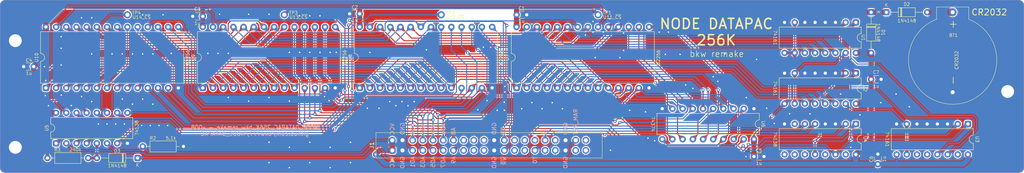
<source format=kicad_pcb>
(kicad_pcb (version 20221018) (generator pcbnew)
  (title_block (title "NODE DATAPAC 256K bkw remake") (date "2023-11-12") (rev "008") (company "Brian K. White - b.kenyon.w@gmail.com") (comment 1 "github.com/bkw777/NODE_DATAPAC"))
  (layers (0 "F.Cu" signal) (31 "B.Cu" signal) (34 "B.Paste" user) (35 "F.Paste" user) (36 "B.SilkS" user "B.Silkscreen") (37 "F.SilkS" user "F.Silkscreen") (38 "B.Mask" user) (39 "F.Mask" user) (44 "Edge.Cuts" user))
  (net 0 "")
  (net 1 "GND")
  (net 2 "VMEM")
  (net 3 "VBUS")
  (net 4 "/AD0")
  (net 5 "/AD1")
  (net 6 "/AD2")
  (net 7 "/AD3")
  (net 8 "/AD4")
  (net 9 "/AD5")
  (net 10 "/AD6")
  (net 11 "/AD7")
  (net 12 "/A8")
  (net 13 "/A9")
  (net 14 "/A10")
  (net 15 "/A11")
  (net 16 "/A12")
  (net 17 "/A13")
  (net 18 "/A14")
  (net 19 "/A15")
  (net 20 "/~{RD}")
  (net 21 "/~{WR}")
  (net 22 "/RAMRST")
  (net 23 "/~{Y0}")
  (net 24 "/(A)")
  (net 27 "/~{CS7}")
  (net 28 "/~{CS5}")
  (net 29 "/~{CS6}")
  (net 30 "/~{CS4}")
  (net 31 "/~{BLOCK}")
  (net 32 "/~{BYTE}")
  (net 39 "/SLEEP")
  (net 40 "/A5")
  (net 41 "/A6")
  (net 42 "/~{CS3}")
  (net 43 "/~{CS2}")
  (net 44 "/~{CS1}")
  (net 45 "/~{CS0}")
  (net 46 "/A7")
  (net 47 "/BATT+")
  (net 48 "/BUS_A8")
  (net 49 "/BUS_A9")
  (net 50 "/A16")
  (net 51 "/A17")
  (net 52 "/A0")
  (net 53 "/A1")
  (net 54 "/A2")
  (net 55 "/A3")
  (net 56 "/A4")
  (net 69 "/CARRY0")
  (net 70 "/CARRY1")
  (footprint "000_LOCAL:MountingHole_3.2mm_M3_Pad" (layer "F.Cu") (at 270.256 99.06)
    (fp_text reference "H1" hide)
    (fp_text value "MountHole" hide)
  )
  (footprint "000_LOCAL:R_Axial_DIN0207_L6.3mm_D2.5mm_P10.16mm_Horizontal" (layer "F.Cu") (at 30.861 115.697)
    (fp_text reference "R3")
    (fp_text value "240k")
  )
  (footprint "000_LOCAL:C_cer_tht_p2.5" (layer "F.Cu") (at 27.432 92.837 180)
    (fp_text reference "C4")
    (fp_text value "1u")
  )
  (footprint "000_LOCAL:DIP-28_W15.24mm" (layer "F.Cu") (at 30.48 98.171 90)
    (fp_text reference "U10")
    (fp_text value "62256")
  )
  (footprint "000_LOCAL:C_cer_tht_p2.5" (layer "F.Cu") (at 69.596 80.264 180)
    (fp_text reference "C3")
    (fp_text value "1u")
  )
  (footprint "000_LOCAL:TP_THT" (layer "F.Cu") (at 168.148 79.883)
    (fp_text reference "TP1")
    (fp_text value "U11_~{CS}")
  )
  (footprint "000_LOCAL:DIP-16_W7.62mm" (layer "F.Cu") (at 232.41 81.788 -90)
    (fp_text reference "U1")
    (fp_text value "74161")
  )
  (footprint "000_LOCAL:DIP-28_W15.24mm" (layer "F.Cu") (at 108.712 98.171 90)
    (fp_text reference "U8")
    (fp_text value "62256")
  )
  (footprint "000_LOCAL:BH-25x-x" (layer "F.Cu") (at 256.54 91.248 90)
    (fp_text reference "BT1")
    (fp_text value "CR2032")
  )
  (footprint "000_LOCAL:DIP-16_W7.62mm" (layer "F.Cu") (at 260.35 107.188 -90)
    (fp_text reference "U3")
    (fp_text value "74161")
  )
  (footprint "000_LOCAL:C_cer_tht_p2.5" (layer "F.Cu") (at 207.01 115.316)
    (fp_text reference "C5")
    (fp_text value "1u")
  )
  (footprint "000_LOCAL:MountingHole_3.2mm_M3_Pad" (layer "F.Cu") (at 22.86 113.03)
    (fp_text reference "H3" hide)
    (fp_text value "MountHole" hide)
  )
  (footprint "000_LOCAL:DIP-28_W15.24mm" (layer "F.Cu") (at 147.828 98.171 90)
    (fp_text reference "U7")
    (fp_text value "62256")
  )
  (footprint "000_LOCAL:DIP-16_W7.62mm" (layer "F.Cu") (at 232.41 107.188 -90)
    (fp_text reference "U4")
    (fp_text value "74138")
  )
  (footprint "000_LOCAL:D_DO-35_SOD27_P10.16mm_Horizontal" (layer "F.Cu") (at 236.22 79.248 -90)
    (fp_text reference "D1")
    (fp_text value "1N4148")
  )
  (footprint "000_LOCAL:C_cer_tht_p2.5" (layer "F.Cu") (at 108.712 79.629 180)
    (fp_text reference "C2")
    (fp_text value "1u")
  )
  (footprint "000_LOCAL:D_DO-35_SOD27_P10.16mm_Horizontal" (layer "F.Cu") (at 240.03 79.248)
    (fp_text reference "D2")
    (fp_text value "1N4148")
  )
  (footprint "000_LOCAL:R_Axial_DIN0207_L6.3mm_D2.5mm_P10.16mm_Horizontal" (layer "F.Cu") (at 54.62 112.8)
    (fp_text reference "R2")
    (fp_text value "5.1k")
  )
  (footprint "000_LOCAL:TP_THT" (layer "F.Cu") (at 129.032 79.883)
    (fp_text reference "TP2")
    (fp_text value "U12_~{CS}")
  )
  (footprint "000_LOCAL:C_cer_tht_p2.5" (layer "F.Cu") (at 147.848 79.883)
    (fp_text reference "C1")
    (fp_text value "1u")
  )
  (footprint "000_LOCAL:TP_THT" (layer "F.Cu") (at 89.916 79.883)
    (fp_text reference "TP3")
    (fp_text value "U13_~{CS}")
  )
  (footprint "000_LOCAL:DIP-20_W7.62mm" (layer "F.Cu") (at 207.01 103.378 -90)
    (fp_text reference "U6")
    (fp_text value "74374")
  )
  (footprint "000_LOCAL:DIP-28_W15.24mm" (layer "F.Cu") (at 69.596 98.171 90)
    (fp_text reference "U9")
    (fp_text value "62256")
  )
  (footprint "000_LOCAL:MountingHole_3.2mm_M3_Pad" (layer "F.Cu") (at 22.86 86.36)
    (fp_text reference "H2" hide)
    (fp_text value "MountHole" hide)
  )
  (footprint "000_LOCAL:TP_THT" (layer "F.Cu") (at 50.8 79.883)
    (fp_text reference "TP4")
    (fp_text value "U14_~{CS}")
  )
  (footprint "000_LOCAL:C_cer_tht_p2.5" (layer "F.Cu") (at 236.22 96.012)
    (fp_text reference "C7")
    (fp_text value "1u")
  )
  (footprint "000_LOCAL:DIP-16_W7.62mm" (layer "F.Cu") (at 232.41 94.488 -90)
    (fp_text reference "U2")
    (fp_text value "74161")
  )
  (footprint "000_LOCAL:C_cer_tht_p2.5" (layer "F.Cu") (at 237.891 117.221 90)
    (fp_text reference "C6")
    (fp_text value "1u")
  )
  (footprint "000_LOCAL:IDC_to_board_2x20" (layer "F.Cu") (at 140.97 112.522 90)
    (fp_text reference "J1")
    (fp_text value "Conn_02x20_Odd_Even")
  )
  (footprint "000_LOCAL:D_DO-35_SOD27_P10.16mm_Horizontal" (layer "F.Cu") (at 53.34 115.697 180)
    (fp_text reference "D3")
    (fp_text value "1N4148")
  )
  (footprint "000_LOCAL:DIP-16_W7.62mm" (layer "F.Cu") (at 33.02 112.014 90)
    (fp_text reference "U5")
    (fp_text value "74138")
  )
  (gr_arc (start 274.32 118.11) (mid 273.948026 119.008026) (end 273.05 119.38) (stroke (width 0.0254)) (layer "Edge.Cuts"))
  (gr_line (start 273.05 119.38) (end 20.32 119.38) (stroke (width 0.0254)) (layer "Edge.Cuts"))
  (gr_line (start 274.32 77.47) (end 274.32 118.11) (stroke (width 0.0254)) (layer "Edge.Cuts"))
  (gr_arc (start 19.05 77.47) (mid 19.421974 76.571974) (end 20.32 76.2) (stroke (width 0.0254)) (layer "Edge.Cuts"))
  (gr_line (start 20.32 76.2) (end 273.05 76.2) (stroke (width 0.0254)) (layer "Edge.Cuts"))
  (gr_arc (start 273.05 76.2) (mid 273.948026 76.571974) (end 274.32 77.47) (stroke (width 0.0254)) (layer "Edge.Cuts"))
  (gr_arc (start 20.32 119.38) (mid 19.421974 119.008026) (end 19.05 118.11) (stroke (width 0.0254)) (layer "Edge.Cuts"))
  (gr_line (start 19.05 117.475) (end 19.05 77.47) (stroke (width 0.0254)) (layer "Edge.Cuts"))
  (gr_line (start 19.05 118.11) (end 19.05 117.475) (stroke (width 0.0254)) (layer "Edge.Cuts"))
  (gr_text "~{RD}" (at 144.78 109.982 90) (layer "B.SilkS") (effects (font (size 1 1)) (justify right mirror)))
  (gr_text "A9" (at 132.08 115.189 90) (layer "B.SilkS") (effects (font (size 1 1)) (justify left mirror)))
  (gr_text "AD2" (at 124.46 109.982 90) (layer "B.SilkS") (effects (font (size 1 1)) (justify right mirror)))
  (gr_text "~{WR}" (at 144.78 115.189 90) (layer "B.SilkS") (effects (font (size 1 1)) (justify left mirror)))
  (gr_text "${TITLE} - v${REVISION}\n${COMMENT1}" (at 82.55 108.839) (layer "B.SilkS") (effects (font (size 1 1)) (justify mirror)))
  (gr_text "AD3" (at 124.46 115.189 90) (layer "B.SilkS") (effects (font (size 1 1)) (justify left mirror)))
  (gr_text "GND" (at 119.38 109.982 90) (layer "B.SilkS") (effects (font (size 1 1)) (justify right mirror)))
  (gr_text "A8" (at 132.08 109.982 90) (layer "B.SilkS") (effects (font (size 1 1)) (justify right mirror)))
  (gr_text "AD7" (at 129.54 115.189 90) (layer "B.SilkS") (effects (font (size 1 1)) (justify left mirror)))
  (gr_text "GND" (at 142.24 115.189 90) (layer "B.SilkS") (effects (font (size 1 1)) (justify left mirror)))
  (gr_text "AD5" (at 127 115.189 90) (layer "B.SilkS") (effects (font (size 1 1)) (justify left mirror)))
  (gr_text "VCC" (at 116.84 109.982 90) (layer "B.SilkS") (effects (font (size 1 1)) (justify right mirror)))
  (gr_text "AD0" (at 121.92 109.982 90) (layer "B.SilkS") (effects (font (size 1 1)) (justify right mirror)))
  (gr_text "AD6" (at 129.54 109.982 90) (layer "B.SilkS") (effects (font (size 1 1)) (justify right mirror)))
  (gr_text "~{A}" (at 154.94 109.982 90) (layer "B.SilkS") (effects (font (size 1 1)) (justify right mirror)))
  (gr_text "AD1" (at 121.92 115.189 90) (layer "B.SilkS") (effects (font (size 1 1)) (justify left mirror)))
  (gr_text "GND" (at 142.24 109.982 90) (layer "B.SilkS") (effects (font (size 1 1)) (justify right mirror)))
  (gr_text "GND" (at 119.38 115.189 90) (layer "B.SilkS") (effects (font (size 1 1)) (justify left mirror)))
  (gr_text "GND" (at 160.02 115.189 90) (layer "B.SilkS") (effects (font (size 1 1)) (justify left mirror)))
  (gr_text "RAM_RST" (at 162.56 109.982 90) (layer "B.SilkS") (effects (font (size 1 1)) (justify right mirror)))
  (gr_text "Y0" (at 152.4 115.189 90) (layer "B.SilkS") (effects (font (size 1 1)) (justify left mirror)))
  (gr_text "GND" (at 160.02 109.982 90) (layer "B.SilkS") (effects (font (size 1 1)) (justify right mirror)))
  (gr_text "VCC" (at 116.84 115.189 90) (layer "B.SilkS") (effects (font (size 1 1)) (justify left mirror)))
  (gr_text "AD4" (at 127 109.982 90) (layer "B.SilkS") (effects (font (size 1 1)) (justify right mirror)))
  (gr_text "CR2032" (at 265.684 79.248) (layer "F.SilkS") (effects (font (size 1.524 1.524) (thickness 0.2032))))
  (gr_text "NODE DATAPAC\n256K" (at 197.612 84.201) (layer "F.SilkS") (effects (font (size 2.54 2.54) (thickness 0.381))))
  (gr_text "bkw remake" (at 197.739 89.662) (layer "F.SilkS") (effects (font (size 1.524 1.524) (thickness 0.1524))))
  (via (at 171.069 80.899) (size 0.762) (drill 0.3556) (layers "F.Cu" "B.Cu") (net 1))
  (via (at 61.722 89.535) (size 0.762) (drill 0.3556) (layers "F.Cu" "B.Cu") (net 1))
  (via (at 93.726 89.281) (size 0.762) (drill 0.3556) (layers "F.Cu" "B.Cu") (net 1))
  (via (at 49.53 89.662) (size 0.762) (drill 0.3556) (layers "F.Cu" "B.Cu") (net 1))
  (via (at 30.099 92.837) (size 0.762) (drill 0.3556) (layers "F.Cu" "B.Cu") (net 1))
  (via (at 58.674 107.569) (size 0.762) (drill 0.3556) (layers "F.Cu" "B.Cu") (net 1))
  (via (at 185.674 84.201) (size 0.762) (drill 0.3556) (layers "F.Cu" "B.Cu") (net 1))
  (via (at 41.91 80.645) (size 0.762) (drill 0.3556) (layers "F.Cu" "B.Cu") (net 1))
  (via (at 171.25 113.75) (size 0.762) (drill 0.3556) (layers "F.Cu" "B.Cu") (net 1))
  (via (at 196.85 95.377) (size 0.762) (drill 0.3556) (layers "F.Cu" "B.Cu") (net 1))
  (via (at 183.388 84.201) (size 0.762) (drill 0.3556) (layers "F.Cu" "B.Cu") (net 1))
  (via (at 101.346 118.11) (size 0.762) (drill 0.3556) (layers "F.Cu" "B.Cu") (net 1))
  (via (at 138.176 103.632) (size 0.762) (drill 0.3556) (layers "F.Cu" "B.Cu") (net 1))
  (via (at 75.946 89.535) (size 0.762) (drill 0.3556) (layers "F.Cu" "B.Cu") (net 1))
  (via (at 120.777 102.616) (size 0.762) (drill 0.3556) (layers "F.Cu" "B.Cu") (net 1))
  (via (at 46.99 89.662) (size 0.762) (drill 0.3556) (layers "F.Cu" "B.Cu") (net 1))
  (via (at 101.346 113.03) (size 0.762) (drill 0.3556) (layers "F.Cu" "B.Cu") (net 1))
  (via (at 41.91 89.662) (size 0.762) (drill 0.3556) (layers "F.Cu" "B.Cu") (net 1))
  (via (at 184.912 89.789) (size 0.762) (drill 0.3556) (layers "F.Cu" "B.Cu") (net 1))
  (via (at 30.353 100.076) (size 0.762) (drill 0.3556) (layers "F.Cu" "B.Cu") (net 1))
  (via (at 56.515 107.569) (size 0.762) (drill 0.3556) (layers "F.Cu" "B.Cu") (net 1))
  (via (at 167.4368 90.6018) (size 0.762) (drill 0.3556) (layers "F.Cu" "B.Cu") (net 1))
  (via (at 86.106 111.76) (size 0.762) (drill 0.3556) (layers "F.Cu" "B.Cu") (net 1))
  (via (at 111.252 89.281) (size 0.762) (drill 0.3556) (layers "F.Cu" "B.Cu") (net 1))
  (via (at 215.9 104.648) (size 0.762) (drill 0.3556) (layers "F.Cu" "B.Cu") (net 1))
  (via (at 228.6 99.695) (size 0.762) (drill 0.3556) (layers "F.Cu" "B.Cu") (net 1))
  (via (at 101.092 101.346) (size 0.762) (drill 0.3556) (layers "F.Cu" "B.Cu") (net 1))
  (via (at 154.178 103.378) (size 0.762) (drill 0.3556) (layers "F.Cu" "B.Cu") (net 1))
  (via (at 54.61 100.965) (size 0.762) (drill 0.3556) (layers "F.Cu" "B.Cu") (net 1))
  (via (at 81.026 79.756) (size 0.762) (drill 0.3556) (layers "F.Cu" "B.Cu") (net 1))
  (via (at 139.573 88.011) (size 0.762) (drill 0.3556) (layers "F.Cu" "B.Cu") (net 1))
  (via (at 45.72 107.188) (size 0.762) (drill 0.3556) (layers "F.Cu" "B.Cu") (net 1))
  (via (at 96.266 89.281) (size 0.762) (drill 0.3556) (layers "F.Cu" "B.Cu") (net 1))
  (via (at 212.09 107.061) (size 0.762) (drill 0.3556) (layers "F.Cu" "B.Cu") (net 1))
  (via (at 116.205 101.6) (size 0.762) (drill 0.3556) (layers "F.Cu" "B.Cu") (net 1))
  (via (at 164.973 84.963) (size 0.762) (drill 0.3556) (layers "F.Cu" "B.Cu") (net 1))
  (via (at 34.29 99.949) (size 0.762) (drill 0.3556) (layers "F.Cu" "B.Cu") (net 1))
  (via (at 91.186 113.03) (size 0.762) (drill 0.3556) (layers "F.Cu" "B.Cu") (net 1))
  (via (at 31.115 102.616) (size 0.762) (drill 0.3556) (layers "F.Cu" "B.Cu") (net 1))
  (via (at 242.443 99.695) (size 0.762) (drill 0.3556) (layers "F.Cu" "B.Cu") (net 1))
  (via (at 197.993 96.52) (size 0.762) (drill 0.3556) (layers "F.Cu" "B.Cu") (net 1))
  (via (at 182.245 111.379) (size 0.762) (drill 0.3556) (layers "F.Cu" "B.Cu") (net 1))
  (via (at 106.426 111.76) (size 0.762) (drill 0.3556) (layers "F.Cu" "B.Cu") (net 1))
  (via (at 98.806 80.137) (size 0.762) (drill 0.3556) (layers "F.Cu" "B.Cu") (net 1))
  (via (at 173.5836 90.6018) (size 0.762) (drill 0.3556) (layers "F.Cu" "B.Cu") (net 1))
  (via (at 52.07 89.662) (size 0.762) (drill 0.3556) (layers "F.Cu" "B.Cu") (net 1))
  (via (at 220.98 104.648) (size 0.762) (drill 0.3556) (layers "F.Cu" "B.Cu") (net 1))
  (via (at 50.038 107.188) (size 0.762) (drill 0.3556) (layers "F.Cu" "B.Cu") (net 1))
  (via (at 110.617 103.251) (size 0.762) (drill 0.3556) (layers "F.Cu" "B.Cu") (net 1))
  (via (at 180.594 110.744) (size 0.762) (drill 0.3556) (layers "F.Cu" "B.Cu") (net 1))
  (via (at 140.462 101.346) (size 0.762) (drill 0.3556) (layers "F.Cu" "B.Cu") (net 1))
  (via (at 96.266 116.84) (size 0.762) (drill 0.3556) (layers "F.Cu" "B.Cu") (net 1))
  (via (at 205.105 100.584) (size 0.762) (drill 0.3556) (layers "F.Cu" "B.Cu") (net 1))
  (via (at 125.349 88.646) (size 0.762) (drill 0.3556) (layers "F.Cu" "B.Cu") (net 1))
  (via (at 36.825 102.575) (size 0.762) (drill 0.3556) (layers "F.Cu" "B.Cu") (net 1))
  (via (at 199.771 89.662) (size 0.762) (drill 0.3556) (layers "F.Cu" "B.Cu") (net 1))
  (via (at 238.633 101.854) (size 0.762) (drill 0.3556) (layers "F.Cu" "B.Cu") (net 1))
  (via (at 34.29 88.265) (size 0.762) (drill 0.3556) (layers "F.Cu" "B.Cu") (net 1))
  (via (at 174.498 88.773) (size 0.762) (drill 0.3556) (layers "F.Cu" "B.Cu") (net 1))
  (via (at 70.866 89.535) (size 0.762) (drill 0.3556) (layers "F.Cu" "B.Cu") (net 1))
  (via (at 166.878 81.534) (size 0.762) (drill 0.3556) (layers "F.Cu" "B.Cu") (net 1))
  (via (at 210.185 103.251) (size 0.762) (drill 0.3556) (layers "F.Cu" "B.Cu") (net 1))
  (via (at 47.879 107.188) (size 0.762) (drill 0.3556) (layers "F.Cu" "B.Cu") (net 1))
  (via (at 96.266 111.76) (size 0.762) (drill 0.3556) (layers "F.Cu" "B.Cu") (net 1))
  (via (at 91.186 118.11) (size 0.762) (drill 0.3556) (layers "F.Cu" "B.Cu") (net 1))
  (via (at 81.026 101.473) (size 0.762) (drill 0.3556) (layers "F.Cu" "B.Cu") (net 1))
  (via (at 174.498 84.455) (size 0.762) (drill 0.3556) (layers "F.Cu" "B.Cu") (net 1))
  (via (at 166.878 84.201) (size 0.762) (drill 0.3556) (layers "F.Cu" "B.Cu") (net 1))
  (via (at 233.426 104.902) (size 0.762) (drill 0.3556) (layers "F.Cu" "B.Cu") (net 1))
  (via (at 141.351 88.011) (size 0.762) (drill 0.3556) (layers "F.Cu" "B.Cu") (net 1))
  (via (at 86.106 116.84) (size 0.762) (drill 0.3556) (layers "F.Cu" "B.Cu") (net 1))
  (via (at 49.53 100.965) (size 0.762) (drill 0.3556) (layers "F.Cu" "B.Cu") (net 1))
  (via (at 117.729 102.616) (size 0.762) (drill 0.3556) (layers "F.Cu" "B.Cu") (net 1))
  (via (at 169.418 84.201) (size 0.762) (drill 0.3556) (layers "F.Cu" "B.Cu") (net 1))
  (via (at 151.638 82.1944) (size 0.762) (drill 0.3556) (layers "F.Cu" "B.Cu") (net 1))
  (via (at 106.426 116.84) (size 0.762) (drill 0.3556) (layers "F.Cu" "B.Cu") (net 1))
  (via (at 54.61 79.883) (size 0.762) (drill 0.3556) (layers "F.Cu" "B.Cu") (net 1))
  (via (at 54.61 89.662) (size 0.762) (drill 0.3556) (layers "F.Cu" "B.Cu") (net 1))
  (via (at 98.806 89.281) (size 0.762) (drill 0.3556) (layers "F.Cu" "B.Cu") (net 1))
  (via (at 231.14 113.03) (size 0.762) (drill 0.3556) (layers "F.Cu" "B.Cu") (net 1))
  (via (at 245.745 102.87) (size 0.762) (drill 0.3556) (layers "F.Cu" "B.Cu") (net 1))
  (via (at 54.356 107.569) (size 0.762) (drill 0.3556) (layers "F.Cu" "B.Cu") (net 1))
  (via (at 113.538 103.251) (size 0.762) (drill 0.3556) (layers "F.Cu" "B.Cu") (net 1))
  (via (at 86.106 79.756) (size 0.762) (drill 0.3556) (layers "F.Cu" "B.Cu") (net 1))
  (via (at 73.406 89.535) (size 0.762) (drill 0.3556) (layers "F.Cu" "B.Cu") (net 1))
  (via (at 144.78 101.727) (size 0.762) (drill 0.3556) (layers "F.Cu" "B.Cu") (net 1))
  (via (at 93.726 80.137) (size 0.762) (drill 0.3556) (layers "F.Cu" "B.Cu") (net 1))
  (via (at 144.907 97.79) (size 0.762) (drill 0.3556) (layers "F.Cu" "B.Cu") (net 1))
  (via (at 96.266 80.137) (size 0.762) (drill 0.3556) (layers "F.Cu" "B.Cu") (net 1))
  (via (at 39.37 100.33) (size 0.762) (drill 0.3556) (layers "F.Cu" "B.Cu") (net 1))
  (via (at 156.718 101.854) (size 0.762) (drill 0.3556) (layers "F.Cu" "B.Cu") (net 1))
  (via (at 43.561 107.188) (size 0.762) (drill 0.3556) (layers "F.Cu" "B.Cu") (net 1))
  (via (at 191.77 98.298) (size 0.762) (drill 0.3556) (layers "F.Cu" "B.Cu") (net 1))
  (via (at 159.258 103.378) (size 0.762) (drill 0.3556) (layers "F.Cu" "B.Cu") (net 1))
  (via (at 73.787 79.756) (size 0.762) (drill 0.3556) (layers "F.Cu" "B.Cu") (net 1))
  (via (at 75.946 100.584) (size 0.762) (drill 0.3556) (layers "F.Cu" "B.Cu") (net 1))
  (via (at 91.186 89.281) (size 0.762) (drill 0.3556) (layers "F.Cu" "B.Cu") (net 1))
  (via (at 52.07 102.235) (size 0.762) (drill 0.3556) (layers "F.Cu" "B.Cu") (net 1))
  (via (at 149.098 103.378) (size 0.762) (drill 0.3556) (layers "F.Cu" "B.Cu") (net 1))
  (via (at 189.992 97.409) (size 0.762) (drill 0.3556) (layers "F.Cu" "B.Cu") (net 1))
  (via (at 60.833 107.569) (size 0.762) (drill 0.3556) (layers "F.Cu" "B.Cu") (net 1))
  (via (at 30.4546 96.3168) (size 0.762) (drill 0.3556) (layers "F.Cu" "B.Cu") (net 1))
  (via (at 176.022 103.759) (size 0.762) (drill 0.3556) (layers "F.Cu" "B.Cu") (net 1))
  (via (at 86.106 100.584) (size 0.762) (drill 0.3556) (layers "F.Cu" "B.Cu") (net 1))
  (via (at 99.949 100.33) (size 0.762) (drill 0.3556) (layers "F.Cu" "B.Cu") (net 1))
  (via (at 143.002 103.759) (size 0.762) (drill 0.3556) (layers "F.Cu" "B.Cu") (net 1))
  (via (at 91.186 101.473) (size 0.762) (drill 0.3556) (layers "F.Cu" "B.Cu") (net 1))
  (via (at 151.638 101.854) (size 0.762) (drill 0.3556) (layers "F.Cu" "B.Cu") (net 1))
  (via (at 122.301 101.6) (size 0.762) (drill 0.3556) (layers "F.Cu" "B.Cu") (net 1))
  (via (at 119.253 101.6) (size 0.762) (drill 0.3556) (layers "F.Cu" "B.Cu") (net 1))
  (via (at 179.959 104.14) (size 0.762) (drill 0.3556) (layers "F.Cu" "B.Cu") (net 1))
  (via (at 144.907 99.187) (size 0.762) (drill 0.3556) (layers "F.Cu" "B.Cu") (net 1))
  (via (at 59.69 79.883) (size 0.762) (drill 0.3556) (layers "F.Cu" "B.Cu") (net 1))
  (via (at 57.15 102.235) (size 0.762) (drill 0.3556) (layers "F.Cu" "B.Cu") (net 1))
  (via (at 41.91 101.6) (size 0.762) (drill 0.3556) (layers "F.Cu" "B.Cu") (net 1))
  (via (at 207.645 91.059) (size 0.762) (drill 0.3556) (layers "F.Cu" "B.Cu") (net 1))
  (via (at 34.29 85.344) (size 0.762) (drill 0.3556) (layers "F.Cu" "B.Cu") (net 1))
  (via (at 144.78 103.759) (size 0.762) (drill 0.3556) (layers "F.Cu" "B.Cu") (net 1))
  (via (at 57.15 89.662) (size 0.762) (drill 0.3556) (layers "F.Cu" "B.Cu") (net 1))
  (via (at 102.87 89.281) (size 0.762) (drill 0.3556) (layers "F.Cu" "B.Cu") (net 1))
  (via (at 101.346 89.281) (size 0.762) (drill 0.3556) (layers "F.Cu" "B.Cu") (net 1))
  (via (at 205 115.325) (size 0.762) (drill 0.3556) (layers "F.Cu" "B.Cu") (net 1))
  (via (at 39.37 80.645) (size 0.762) (drill 0.3556) (layers "F.Cu" "B.Cu") (net 1))
  (via (at 188.595 89.789) (size 0.762) (drill 0.3556) (layers "F.Cu" "B.Cu") (net 1))
  (via (at 34.29 92.456) (size 0.762) (drill 0.3556) (layers "F.Cu" "B.Cu") (net 1))
  (segment (start 147.828 82.931) (end 147.828 77.724) (width 1.27) (layer "F.Cu") (net 2))
  (segment (start 30.48 81.661) (end 30.48 82.931) (width 1.27) (layer "F.Cu") (net 2))
  (segment (start 31.75 104.394) (end 30.861 104.394) (width 1.27) (layer "F.Cu") (net 2))
  (segment (start 236.22 79.248) (end 240.03 79.248) (width 1.27) (layer "F.Cu") (net 2))
  (segment (start 29.718 104.394) (end 25.908 100.584) (width 1.27) (layer "F.Cu") (net 2))
  (segment (start 30.861 104.394) (end 30.861 115.697) (width 0.254) (layer "F.Cu") (net 2))
  (segment (start 34.417 77.724) (end 30.48 81.661) (width 1.27) (layer "F.Cu") (net 2))
  (segment (start 69.596 77.724) (end 34.417 77.724) (width 1.27) (layer "F.Cu") (net 2))
  (segment (start 30.48 89.789) (end 30.48 82.931) (width 1.27) (layer "F.Cu") (net 2))
  (segment (start 209.55 79.248) (end 236.22 79.248) (width 1.27) (layer "F.Cu") (net 2))
  (segment (start 69.596 82.931) (end 69.596 77.724) (width 1.27) (layer "F.Cu") (net 2))
  (segment (start 30.861 104.394) (end 29.718 104.394) (width 1.27) (layer "F.Cu") (net 2))
  (segment (start 25.908 100.584) (end 25.908 95.504) (width 1.27) (layer "F.Cu") (net 2))
  (segment (start 147.828 77.724) (end 108.712 77.724) (width 1.27) (layer "F.Cu") (net 2))
  (segment (start 27.432 92.837) (end 30.48 89.789) (width 1.27) (layer "F.Cu") (net 2))
  (segment (start 108.712 77.724) (end 69.596 77.724) (width 1.27) (layer "F.Cu") (net 2))
  (segment (start 147.828 77.724) (end 169.926 77.724) (width 1.27) (layer "F.Cu") (net 2))
  (segment (start 108.712 82.931) (end 108.712 77.724) (width 1.27) (layer "F.Cu") (net 2))
  (segment (start 25.908 95.504) (end 27.432 93.98) (width 1.27) (layer "F.Cu") (net 2))
  (segment (start 27.432 93.98) (end 27.432 92.837) (width 1.27) (layer "F.Cu") (net 2))
  (segment (start 171.45 79.248) (end 209.55 79.248) (width 1.27) (layer "F.Cu") (net 2))
  (segment (start 33.02 104.394) (end 31.75 104.394) (width 1.27) (layer "F.Cu") (net 2))
  (segment (start 169.926 77.724) (end 171.45 79.248) (width 1.27) (layer "F.Cu") (net 2))
  (segment (start 236.22 110.998) (end 236.22 89.408) (width 1.27) (layer "F.Cu") (net 3))
  (segment (start 116.84 113.792) (end 116.84 111.252) (width 1.27) (layer "F.Cu") (net 3))
  (segment (start 217.17 89.408) (end 217.17 81.788) (width 0.254) (layer "F.Cu") (net 3))
  (segment (start 236.22 89.408) (end 232.41 89.408) (width 1.27) (layer "F.Cu") (net 3))
  (segment (start 217.17 92.202) (end 215.9 93.472) (width 0.254) (layer "F.Cu") (net 3))
  (segment (start 207.01 110.998) (end 207.01 115.316) (width 1.27) (layer "F.Cu") (net 3))
  (segment (start 232.41 102.108) (end 236.093 102.108) (width 1.27) (layer "F.Cu") (net 3))
  (segment (start 215.9 100.838) (end 214.63 102.108) (width 0.254) (layer "F.Cu") (net 3))
  (segment (start 215.9 93.472) (end 215.9 100.838) (width 0.254) (layer "F.Cu") (net 3))
  (segment (start 211.4804 105.2576) (end 207.01 109.728) (width 0.254) (layer "F.Cu") (net 3))
  (segment (start 112.649 114.808) (end 113.665 113.792) (width 1.27) (layer "F.Cu") (net 3))
  (segment (start 207.01 109.728) (end 207.01 110.998) (width 0.254) (layer "F.Cu") (net 3))
  (segment (start 214.63 89.408) (end 217.17 89.408) (width 0.254) (layer "F.Cu") (net 3))
  (segment (start 217.17 89.408) (end 217.17 92.202) (width 0.254) (layer "F.Cu") (net 3))
  (segment (start 232.41 114.808) (end 236.22 110.998) (width 1.27) (layer "F.Cu") (net 3))
  (segment (start 113.665 113.792) (end 116.84 113.792) (width 1.27) (layer "F.Cu") (net 3))
  (via (at 112.649 114.808) (size 1.27) (drill 0.508) (layers "F.Cu" "B.Cu") (net 3))
  (via (at 211.4804 105.2576) (size 0.762) (drill 0.3556) (layers "F.Cu" "B.Cu") (net 3))
  (segment (start 242.57 117.221) (end 232.41 117.221) (width 1.27) (layer "B.Cu") (net 3))
  (segment (start 242.57 117.221) (end 242.57 114.808) (width 0.254) (layer "B.Cu") (net 3))
  (segment (start 108.993 114.4) (end 112.141 111.252) (width 0.254) (layer "B.Cu") (net 3))
  (segment (start 232.41 114.808) (end 232.41 117.221) (width 1.27) (layer "B.Cu") (net 3))
  (segment (start 45.72 112.014) (end 47.506 113.8) (width 0.254) (layer "B.Cu") (net 3))
  (segment (start 115.062 117.221) (end 207.01 117.221) (width 1.27) (layer "B.Cu") (net 3))
  (segment (start 259.207 117.221) (end 260.35 116.078) (width 1.27) (layer "B.Cu") (net 3))
  (segment (start 260.35 116.078) (end 260.35 114.808) (width 1.27) (layer "B.Cu") (net 3))
  (segment (start 47.506 113.8) (end 53.62 113.8) (width 0.254) (layer "B.Cu") (net 3))
  (segment (start 211.4804 105.2576) (end 214.63 102.108) (width 0.254) (layer "B.Cu") (net 3))
  (segment (start 53.62 113.8) (end 54.62 112.8) (width 0.254) (layer "B.Cu") (net 3))
  (segment (start 242.57 117.221) (end 259.207 117.221) (width 1.27) (layer "B.Cu") (net 3))
  (segment (start 56.22 114.4) (end 108.993 114.4) (width 0.254) (layer "B.Cu") (net 3))
  (segment (start 112.649 114.808) (end 115.062 117.221) (width 1.27) (layer "B.Cu") (net 3))
  (segment (start 54.62 112.8) (end 56.22 114.4) (width 0.254) (layer "B.Cu") (net 3))
  (segment (start 207.01 117.221) (end 207.01 115.316) (width 1.27) (layer "B.Cu") (net 3))
  (segment (start 112.141 111.252) (end 116.84 111.252) (width 0.254) (layer "B.Cu") (net 3))
  (segment (start 232.41 117.221) (end 207.01 117.221) (width 1.27) (layer "B.Cu") (net 3))
  (segment (start 93.726 96.139) (end 92.456 94.869) (width 0.254) (layer "F.Cu") (net 4))
  (segment (start 94.615 107.442) (end 93.726 106.553) (width 0.254) (layer "F.Cu") (net 4))
  (segment (start 131.41325 106.299) (end 130.01625 107.696) (width 0.254) (layer "F.Cu") (net 4))
  (segment (start 92.456 94.869) (end 92.456 82.931) (width 0.254) (layer "F.Cu") (net 4))
  (segment (start 130.01625 107.696) (end 122.174 107.696) (width 0.254) (layer "F.Cu") (net 4))
  (segment (start 178.308 89.916) (end 178.308 82.931) (width 0.254) (layer "F.Cu") (net 4))
  (segment (start 191.77 103.378) (end 178.308 89.916) (width 0.254) (layer "F.Cu") (net 4))
  (segment (start 172.085 106.299) (end 131.41325 106.299) (width 0.254) (layer "F.Cu") (net 4))
  (segment (start 172.339 106.553) (end 172.085 106.299) (width 0.254) (layer "F.Cu") (net 4))
  (segment (start 121.92 107.442) (end 94.615 107.442) (width 0.254) (layer "F.Cu") (net 4))
  (segment (start 122.174 107.696) (end 121.92 107.442) (width 0.254) (layer "F.Cu") (net 4))
  (segment (start 93.726 106.553) (end 93.726 96.139) (width 0.254) (layer "F.Cu") (net 4))
  (via (at 121.92 107.442) (size 0.762) (drill 0.3556) (layers "F.Cu" "B.Cu") (net 4))
  (via (at 172.339 106.553) (size 0.762) (drill 0.3556) (layers "F.Cu" "B.Cu") (net 4))
  (via (at 93.726 106.553) (size 0.762) (drill 0.3556) (layers "F.Cu" "B.Cu") (net 4))
  (segment (start 121.92 105.41) (end 125.857 101.473) (width 0.254) (layer "B.Cu") (net 4))
  (segment (start 135.382 92.532) (end 131.572 88.722) (width 0.254) (layer "B.Cu") (net 4))
  (segment (start 135.382 99.441) (end 135.382 92.532) (width 0.254) (layer "B.Cu") (net 4))
  (segment (start 125.857 101.473) (end 133.35 101.473) (width 0.254) (layer "B.Cu") (net 4))
  (segment (start 66.802 106.553) (end 58.42 98.171) (width 0.254) (layer "B.Cu") (net 4))
  (segment (start 121.92 107.442) (end 121.92 105.41) (width 0.254) (layer "B.Cu") (net 4))
  (segment (start 121.92 107.442) (end 121.92 111.252) (width 0.254) (layer "B.Cu") (net 4))
  (segment (start 172.974 105.918) (end 189.23 105.918) (width 0.254) (layer "B.Cu") (net 4))
  (segment (start 189.23 105.918) (end 191.77 103.378) (width 0.254) (layer "B.Cu") (net 4))
  (segment (start 133.35 101.473) (end 135.382 99.441) (width 0.254) (layer "B.Cu") (net 4))
  (segment (start 131.572 88.722) (end 131.572 82.931) (width 0.254) (layer "B.Cu") (net 4))
  (segment (start 172.339 106.553) (end 172.974 105.918) (width 0.254) (layer "B.Cu") (net 4))
  (segment (start 93.726 106.553) (end 66.802 106.553) (width 0.254) (layer "B.Cu") (net 4))
  (segment (start 180.848 82.931) (end 186.436 82.931) (width 0.254) (layer "F.Cu") (net 5))
  (segment (start 200.66 97.155) (end 200.66 109.728) (width 0.254) (layer "F.Cu") (net 5))
  (segment (start 122.961 107.061) (end 129.667 107.061) (width 0.254) (layer "F.Cu") (net 5))
  (segment (start 120.65 106.553) (end 122.453 106.553) (width 0.254) (layer "F.Cu") (net 5))
  (segment (start 197.866 112.522) (end 199.39 110.998) (width 0.254) (layer "F.Cu") (net 5))
  (segment (start 200.66 109.728) (end 199.39 110.998) (width 0.254) (layer "F.Cu") (net 5))
  (segment (start 120.65 106.553) (end 94.996 106.553) (width 0.254) (layer "F.Cu") (net 5))
  (segment (start 122.453 106.553) (end 122.961 107.061) (width 0.254) (layer "F.Cu") (net 5))
  (segment (start 94.996 98.171) (end 94.996 106.553) (width 0.254) (layer "F.Cu") (net 5))
  (segment (start 186.436 82.931) (end 200.66 97.155) (width 0.254) (layer "F.Cu") (net 5))
  (segment (start 129.667 107.061) (end 131.064 105.664) (width 0.254) (layer "F.Cu") (net 5))
  (segment (start 173.863 105.664) (end 180.721 112.522) (width 0.254) (layer "F.Cu") (net 5))
  (segment (start 131.064 105.664) (end 173.863 105.664) (width 0.254) (layer "F.Cu") (net 5))
  (segment (start 180.721 112.522) (end 197.866 112.522) (width 0.254) (layer "F.Cu") (net 5))
  (via (at 94.996 106.553) (size 0.762) (drill 0.3556) (layers "F.Cu" "B.Cu") (net 5))
  (via (at 120.65 106.553) (size 0.762) (drill 0.3556) (layers "F.Cu" "B.Cu") (net 5))
  (segment (start 132.588 100.838) (end 134.112 99.314) (width 0.254) (layer "B.Cu") (net 5))
  (segment (start 94.996 106.553) (end 94.107 107.442) (width 0.254) (layer "B.Cu") (net 5))
  (segment (start 94.107 107.442) (end 65.151 107.442) (width 0.254) (layer "B.Cu") (net 5))
  (segment (start 120.65 106.553) (end 120.65 112.522) (width 0.254) (layer "B.Cu") (net 5))
  (segment (start 125.476 100.838) (end 132.588 100.838) (width 0.254) (layer "B.Cu") (net 5))
  (segment (start 120.65 105.664) (end 125.476 100.838) (width 0.254) (layer "B.Cu") (net 5))
  (segment (start 65.151 107.442) (end 55.88 98.171) (width 0.254) (layer "B.Cu") (net 5))
  (segment (start 120.65 112.522) (end 121.92 113.792) (width 0.254) (layer "B.Cu") (net 5))
  (segment (start 120.65 106.553) (end 120.65 105.664) (width 0.254) (layer "B.Cu") (net 5))
  (segment (start 134.112 99.314) (end 134.112 98.171) (width 0.254) (layer "B.Cu") (net 5))
  (segment (start 97.79 105.029) (end 97.536 104.775) (width 0.254) (layer "F.Cu") (net 6))
  (segment (start 189.23 110.998) (end 187.96 109.728) (width 0.254) (layer "F.Cu") (net 6))
  (segment (start 176.657 89.662) (end 175.768 89.662) (width 0.254) (layer "F.Cu") (net 6))
  (segment (start 187.96 109.728) (end 187.96 100.965) (width 0.254) (layer "F.Cu") (net 6))
  (segment (start 124.46 105.283) (end 124.206 105.029) (width 0.254) (layer "F.Cu") (net 6))
  (segment (start 175.768 89.662) (end 175.768 82.931) (width 0.254) (layer "F.Cu") (net 6))
  (segment (start 135.636 89.408) (end 135.89 89.662) (width 0.254) (layer "F.Cu") (net 6))
  (segment (start 135.89 89.662) (end 175.768 89.662) (width 0.254) (layer "F.Cu") (net 6))
  (segment (start 97.536 104.775) (end 97.536 98.171) (width 0.254) (layer "F.Cu") (net 6))
  (segment (start 124.206 105.029) (end 97.79 105.029) (width 0.254) (layer "F.Cu") (net 6))
  (segment (start 187.96 100.965) (end 176.657 89.662) (width 0.254) (layer "F.Cu") (net 6))
  (via (at 97.536 104.775) (size 0.762) (drill 0.3556) (layers "F.Cu" "B.Cu") (net 6))
  (via (at 124.46 105.283) (size 0.762) (drill 0.3556) (layers "F.Cu" "B.Cu") (net 6))
  (via (at 135.636 89.408) (size 0.762) (drill 0.3556) (layers "F.Cu" "B.Cu") (net 6))
  (segment (start 124.46 111.252) (end 124.46 105.283) (width 0.254) (layer "B.Cu") (net 6))
  (segment (start 127 102.743) (end 124.46 105.283) (width 0.254) (layer "B.Cu") (net 6))
  (segment (start 137.922 91.694) (end 137.922 99.441) (width 0.254) (layer "B.Cu") (net 6))
  (segment (start 53.34 84.074) (end 62.23 92.964) (width 0.254) (layer "B.Cu") (net 6))
  (segment (start 134.112 87.884) (end 134.112 82.931) (width 0.254) (layer "B.Cu") (net 6))
  (segment (start 62.23 92.964) (end 62.23 99.314) (width 0.254) (layer "B.Cu") (net 6))
  (segment (start 62.23 99.314) (end 67.691 104.775) (width 0.254) (layer "B.Cu") (net 6))
  (segment (start 137.922 99.441) (end 134.62 102.743) (width 0.254) (layer "B.Cu") (net 6))
  (segment (start 135.636 89.408) (end 137.922 91.694) (width 0.254) (layer "B.Cu") (net 6))
  (segment (start 53.34 82.931) (end 53.34 84.074) (width 0.254) (layer "B.Cu") (net 6))
  (segment (start 134.62 102.743) (end 127 102.743) (width 0.254) (layer "B.Cu") (net 6))
  (segment (start 135.636 89.408) (end 134.112 87.884) (width 0.254) (layer "B.Cu") (net 6))
  (segment (start 67.691 104.775) (end 97.536 104.775) (width 0.254) (layer "B.Cu") (net 6))
  (segment (start 104.14 84.455) (end 102.616 82.931) (width 0.254) (layer "F.Cu") (net 7))
  (segment (start 104.14 99.822) (end 135.001 99.822) (width 0.254) (layer "F.Cu") (net 7))
  (segment (start 135.001 99.822) (end 136.652 98.171) (width 0.254) (layer "F.Cu") (net 7))
  (segment (start 146.812 99.568) (end 171.831 99.568) (width 0.254) (layer "F.Cu") (net 7))
  (segment (start 104.14 99.822) (end 104.14 84.455) (width 0.254) (layer "F.Cu") (net 7))
  (segment (start 138.176 96.647) (end 145.415 96.647) (width 0.254) (layer "F.Cu") (net 7))
  (segment (start 136.652 98.171) (end 138.176 96.647) (width 0.254) (layer "F.Cu") (net 7))
  (segment (start 145.415 96.647) (end 146.05 97.282) (width 0.254) (layer "F.Cu") (net 7))
  (segment (start 146.05 98.806) (end 146.812 99.568) (width 0.254) (layer "F.Cu") (net 7))
  (segment (start 171.831 99.568) (end 173.228 98.171) (width 0.254) (layer "F.Cu") (net 7))
  (segment (start 146.05 97.282) (end 146.05 98.806) (width 0.254) (layer "F.Cu") (net 7))
  (via (at 104.14 99.822) (size 0.762) (drill 0.3556) (layers "F.Cu" "B.Cu") (net 7))
  (segment (start 66.802 99.06) (end 66.802 86.233) (width 0.254) (layer "B.Cu") (net 7))
  (segment (start 70.104 102.362) (end 66.802 99.06) (width 0.254) (layer "B.Cu") (net 7))
  (segment (start 101.6 102.362) (end 70.104 102.362) (width 0.254) (layer "B.Cu") (net 7))
  (segment (start 133.985 102.108) (end 136.652 99.441) (width 0.254) (layer "B.Cu") (net 7))
  (segment (start 124.46 113.792) (end 123.19 112.522) (width 0.254) (layer "B.Cu") (net 7))
  (segment (start 126.238 102.108) (end 133.985 102.108) (width 0.254) (layer "B.Cu") (net 7))
  (segment (start 176.149 101.092) (end 173.228 98.171) (width 0.254) (layer "B.Cu") (net 7))
  (segment (start 104.14 99.822) (end 101.6 102.362) (width 0.254) (layer "B.Cu") (net 7))
  (segment (start 189.23 103.378) (end 186.944 101.092) (width 0.254) (layer "B.Cu") (net 7))
  (segment (start 66.802 86.233) (end 63.5 82.931) (width 0.254) (layer "B.Cu") (net 7))
  (segment (start 136.652 99.441) (end 136.652 98.171) (width 0.254) (layer "B.Cu") (net 7))
  (segment (start 123.19 112.522) (end 123.19 105.156) (width 0.254) (layer "B.Cu") (net 7))
  (segment (start 186.944 101.092) (end 176.149 101.092) (width 0.254) (layer "B.Cu") (net 7))
  (segment (start 123.19 105.156) (end 126.238 102.108) (width 0.254) (layer "B.Cu") (net 7))
  (segment (start 167.132 89.027) (end 173.228 82.931) (width 0.254) (layer "F.Cu") (net 8))
  (segment (start 179.578 82.169) (end 178.943 81.534) (width 0.254) (layer "F.Cu") (net 8))
  (segment (start 179.578 89.027) (end 179.578 82.169) (width 0.254) (layer "F.Cu") (net 8))
  (segment (start 96.266 105.664) (end 96.266 96.139) (width 0.254) (layer "F.Cu") (net 8))
  (segment (start 96.266 96.139) (end 94.996 94.869) (width 0.254) (layer "F.Cu") (net 8))
  (segment (start 127 106.172) (end 123.19 106.172) (width 0.254) (layer "F.Cu") (net 8))
  (segment (start 178.943 81.534) (end 174.625 81.534) (width 0.254) (layer "F.Cu") (net 8))
  (segment (start 193.04 102.489) (end 179.578 89.027) (width 0.254) (layer "F.Cu") (net 8))
  (segment (start 138.43 89.027) (end 167.132 89.027) (width 0.254) (layer "F.Cu") (net 8))
  (segment (start 94.996 94.869) (end 94.996 82.931) (width 0.254) (layer "F.Cu") (net 8))
  (segment (start 191.77 110.998) (end 193.04 109.728) (width 0.254) (layer "F.Cu") (net 8))
  (segment (start 193.04 109.728) (end 193.04 102.489) (width 0.254) (layer "F.Cu") (net 8))
  (segment (start 138.176 88.773) (end 138.43 89.027) (width 0.254) (layer "F.Cu") (net 8))
  (segment (start 122.682 105.664) (end 96.266 105.664) (width 0.254) (layer "F.Cu") (net 8))
  (segment (start 123.19 106.172) (end 122.682 105.664) (width 0.254) (layer "F.Cu") (net 8))
  (segment (start 174.625 81.534) (end 173.228 82.931) (width 0.254) (layer "F.Cu") (net 8))
  (via (at 127 106.172) (size 0.762) (drill 0.3556) (layers "F.Cu" "B.Cu") (net 8))
  (via (at 96.266 105.664) (size 0.762) (drill 0.3556) (layers "F.Cu" "B.Cu") (net 8))
  (via (at 138.176 88.773) (size 0.762) (drill 0.3556) (layers "F.Cu" "B.Cu") (net 8))
  (segment (start 67.31 105.664) (end 60.96 99.314) (width 0.254) (layer "B.Cu") (net 8))
  (segment (start 60.96 99.314) (end 60.96 98.171) (width 0.254) (layer "B.Cu") (net 8))
  (segment (start 135.89 104.013) (end 127.762 104.013) (width 0.254) (layer "B.Cu") (net 8))
  (segment (start 138.176 88.773) (end 140.462 91.059) (width 0.254) (layer "B.Cu") (net 8))
  (segment (start 140.462 91.059) (end 140.462 99.441) (width 0.254) (layer "B.Cu") (net 8))
  (segment (start 136.652 87.249) (end 136.652 82.931) (width 0.254) (layer "B.Cu") (net 8))
  (segment (start 140.462 99.441) (end 135.89 104.013) (width 0.254) (layer "B.Cu") (net 8))
  (segment (start 127 104.775) (end 127 106.172) (width 0.254) (layer "B.Cu") (net 8))
  (segment (start 127.762 104.013) (end 127 104.775) (width 0.254) (layer "B.Cu") (net 8))
  (segment (start 96.266 105.664) (end 67.31 105.664) (width 0.254) (layer "B.Cu") (net 8))
  (segment (start 127 111.252) (end 127 106.172) (width 0.254) (layer "B.Cu") (net 8))
  (segment (start 138.176 88.773) (end 136.652 87.249) (width 0.254) (layer "B.Cu") (net 8))
  (segment (start 104.14 101.219) (end 104.902 100.457) (width 0.254) (layer "F.Cu") (net 9))
  (segment (start 103.378 101.219) (end 101.346 99.187) (width 0.254) (layer "F.Cu") (net 9))
  (segment (start 175.768 98.171) (end 173.736 100.203) (width 0.254) (layer "F.Cu") (net 9))
  (segment (start 104.902 100.457) (end 136.906 100.457) (width 0.254) (layer "F.Cu") (net 9))
  (segment (start 141.224 100.203) (end 139.192 98.171) (width 0.254) (layer "F.Cu") (net 9))
  (segment (start 173.736 100.203) (end 141.224 100.203) (width 0.254) (layer "F.Cu") (net 9))
  (segment (start 104.14 101.219) (end 103.378 101.219) (width 0.254) (layer "F.Cu") (net 9))
  (segment (start 101.346 96.139) (end 100.076 94.869) (width 0.254) (layer "F.Cu") (net 9))
  (segment (start 101.346 99.187) (end 101.346 96.139) (width 0.254) (layer "F.Cu") (net 9))
  (segment (start 136.906 100.457) (end 139.192 98.171) (width 0.254) (layer "F.Cu") (net 9))
  (segment (start 100.076 94.869) (end 100.076 82.931) (width 0.254) (layer "F.Cu") (net 9))
  (via (at 104.14 101.219) (size 0.762) (drill 0.3556) (layers "F.Cu" "B.Cu") (net 9))
  (segment (start 127.381 103.378) (end 135.255 103.378) (width 0.254) (layer "B.Cu") (net 9))
  (segment (start 104.14 101.219) (end 102.362 102.997) (width 0.254) (layer "B.Cu") (net 9))
  (segment (start 66.04 88.011) (end 60.96 82.931) (width 0.254) (layer "B.Cu") (net 9))
  (segment (start 135.255 103.378) (end 139.192 99.441) (width 0.254) (layer "B.Cu") (net 9))
  (segment (start 199.39 103.378) (end 196.469 100.457) (width 0.254) (layer "B.Cu") (net 9))
  (segment (start 66.04 99.441) (end 66.04 88.011) (width 0.254) (layer "B.Cu") (net 9))
  (segment (start 178.054 100.457) (end 175.768 98.171) (width 0.254) (layer "B.Cu") (net 9))
  (segment (start 125.73 105.029) (end 127.381 103.378) (width 0.254) (layer "B.Cu") (net 9))
  (segment (start 125.73 112.522) (end 125.73 105.029) (width 0.254) (layer "B.Cu") (net 9))
  (segment (start 196.469 100.457) (end 178.054 100.457) (width 0.254) (layer "B.Cu") (net 9))
  (segment (start 69.596 102.997) (end 66.04 99.441) (width 0.254) (layer "B.Cu") (net 9))
  (segment (start 127 113.792) (end 125.73 112.522) (width 0.254) (layer "B.Cu") (net 9))
  (segment (start 139.192 99.441) (end 139.192 98.171) (width 0.254) (layer "B.Cu") (net 9))
  (segment (start 102.362 102.997) (end 69.596 102.997) (width 0.254) (layer "B.Cu") (net 9))
  (segment (start 129.54 105.791) (end 127.889 105.791) (width 0.254) (layer "F.Cu") (net 10))
  (segment (start 98.806 96.139) (end 97.536 94.869) (width 0.254) (layer "F.Cu") (net 10))
  (segment (start 130.302 105.029) (end 171.45 105.029) (width 0.254) (layer "F.Cu") (net 10))
  (segment (start 98.806 103.886) (end 98.806 96.139) (width 0.254) (layer "F.Cu") (net 10))
  (segment (start 129.54 105.791) (end 130.302 105.029) (width 0.254) (layer "F.Cu") (net 10))
  (segment (start 97.536 94.869) (end 97.536 82.931) (width 0.254) (layer "F.Cu") (net 10))
  (segment (start 126.492 104.394) (end 99.314 104.394) (width 0.254) (layer "F.Cu") (net 10))
  (segment (start 99.314 104.394) (end 98.806 103.886) (width 0.254) (layer "F.Cu") (net 10))
  (segment (start 127.889 105.791) (end 126.492 104.394) (width 0.254) (layer "F.Cu") (net 10))
  (segment (start 171.45 105.029) (end 178.308 98.171) (width 0.254) (layer "F.Cu") (net 10))
  (via (at 129.54 105.791) (size 0.762) (drill 0.3556) (layers "F.Cu" "B.Cu") (net 10))
  (via (at 98.806 103.886) (size 0.762) (drill 0.3556) (layers "F.Cu" "B.Cu") (net 10))
  (segment (start 143.891 100.838) (end 143.891 85.09) (width 0.254) (layer "B.Cu") (net 10))
  (segment (start 98.806 103.886) (end 69.342 103.886) (width 0.254) (layer "B.Cu") (net 10))
  (segment (start 65.278 89.789) (end 58.42 82.931) (width 0.254) (layer "B.Cu") (net 10))
  (segment (start 179.959 99.822) (end 178.308 98.171) (width 0.254) (layer "B.Cu") (net 10))
  (segment (start 138.938 105.791) (end 143.891 100.838) (width 0.254) (layer "B.Cu") (net 10))
  (segment (start 65.278 99.822) (end 65.278 89.789) (width 0.254) (layer "B.Cu") (net 10))
  (segment (start 69.342 103.886) (end 65.278 99.822) (width 0.254) (layer "B.Cu") (net 10))
  (segment (start 143.891 85.09) (end 141.732 82.931) (width 0.254) (layer "B.Cu") (net 10))
  (segment (start 129.54 105.791) (end 129.54 111.252) (width 0.254) (layer "B.Cu") (net 10))
  (segment (start 198.374 99.822) (end 179.959 99.822) (width 0.254) (layer "B.Cu") (net 10))
  (segment (start 129.54 105.791) (end 138.938 105.791) (width 0.254) (layer "B.Cu") (net 10))
  (segment (start 201.93 103.378) (end 198.374 99.822) (width 0.254) (layer "B.Cu") (net 10))
  (segment (start 100.711 99.441) (end 100.711 99.06) (width 0.254) (layer "F.Cu") (net 11))
  (segment (start 170.688 82.931) (end 172.72 80.899) (width 0.254) (layer "F.Cu") (net 11))
  (segment (start 203.2 98.552) (end 203.2 109.728) (width 0.254) (layer "F.Cu") (net 11))
  (segment (start 170.688 84.328) (end 170.688 82.931) (width 0.254) (layer "F.Cu") (net 11))
  (segment (start 167.005 88.011) (end 170.688 84.328) (width 0.254) (layer "F.Cu") (net 11))
  (segment (start 114.554 102.108) (end 103.378 102.108) (width 0.254) (layer "F.Cu") (net 11))
  (segment (start 127.127 103.759) (end 116.205 103.759) (width 0.254) (layer "F.Cu") (net 11))
  (segment (start 203.2 109.728) (end 201.93 110.998) (width 0.254) (layer "F.Cu") (net 11))
  (segment (start 172.72 80.899) (end 185.547 80.899) (width 0.254) (layer "F.Cu") (net 11))
  (segment (start 143.002 88.011) (end 167.005 88.011) (width 0.254) (layer "F.Cu") (net 11))
  (segment (start 103.378 102.108) (end 100.711 99.441) (width 0.254) (layer "F.Cu") (net 11))
  (segment (start 100.076 98.425) (end 100.076 98.171) (width 0.254) (layer "F.Cu") (net 11))
  (segment (start 185.547 80.899) (end 203.2 98.552) (width 0.254) (layer "F.Cu") (net 11))
  (segment (start 100.711 99.06) (end 100.076 98.425) (width 0.254) (layer "F.Cu") (net 11))
  (segment (start 128.27 104.902) (end 127.127 103.759) (width 0.254) (layer "F.Cu") (net 11))
  (segment (start 116.205 103.759) (end 114.554 102.108) (width 0.254) (layer "F.Cu") (net 11))
  (via (at 143.002 88.011) (size 0.762) (drill 0.3556) (layers "F.Cu" "B.Cu") (net 11))
  (via (at 128.27 104.902) (size 0.762) (drill 0.3556) (layers "F.Cu" "B.Cu") (net 11))
  (segment (start 143.256 100.584) (end 143.256 88.265) (width 0.254) (layer "B.Cu") (net 11))
  (segment (start 143.256 88.265) (end 143.002 88.011) (width 0.254) (layer "B.Cu") (net 11))
  (segment (start 139.192 84.201) (end 139.192 82.931) (width 0.254) (layer "B.Cu") (net 11))
  (segment (start 55.88 82.931) (end 57.277 81.534) (width 0.254) (layer "B.Cu") (net 11))
  (segment (start 98.552 99.695) (end 100.076 98.171) (width 0.254) (layer "B.Cu") (net 11))
  (segment (start 67.564 98.679) (end 68.58 99.695) (width 0.254) (layer "B.Cu") (net 11))
  (segment (start 138.938 104.902) (end 143.256 100.584) (width 0.254) (layer "B.Cu") (net 11))
  (segment (start 128.27 112.522) (end 129.54 113.792) (width 0.254) (layer "B.Cu") (net 11))
  (segment (start 143.002 88.011) (end 139.192 84.201) (width 0.254) (layer "B.Cu") (net 11))
  (segment (start 64.897 82.296) (end 64.897 83.312) (width 0.254) (layer "B.Cu") (net 11))
  (segment (start 64.135 81.534) (end 64.897 82.296) (width 0.254) (layer "B.Cu") (net 11))
  (segment (start 67.564 85.979) (end 67.564 98.679) (width 0.254) (layer "B.Cu") (net 11))
  (segment (start 68.58 99.695) (end 98.552 99.695) (width 0.254) (layer "B.Cu") (net 11))
  (segment (start 128.27 104.902) (end 138.938 104.902) (width 0.254) (layer "B.Cu") (net 11))
  (segment (start 57.277 81.534) (end 64.135 81.534) (width 0.254) (layer "B.Cu") (net 11))
  (segment (start 64.897 83.312) (end 67.564 85.979) (width 0.254) (layer "B.Cu") (net 11))
  (segment (start 128.27 104.902) (end 128.27 112.522) (width 0.254) (layer "B.Cu") (net 11))
  (segment (start 35.56 82.931) (end 40.259 87.63) (width 0.254) (layer "F.Cu") (net 12))
  (segment (start 117.856 86.995) (end 113.792 82.931) (width 0.254) (layer "F.Cu") (net 12))
  (segment (start 82.677 87.63) (end 87.376 82.931) (width 0.254) (layer "F.Cu") (net 12))
  (segment (start 165.608 82.931) (end 161.544 86.995) (width 0.254) (layer "F.Cu") (net 12))
  (segment (start 161.544 86.995) (end 117.856 86.995) (width 0.254) (layer "F.Cu") (net 12))
  (segment (start 40.259 87.63) (end 82.677 87.63) (width 0.254) (layer "F.Cu") (net 12))
  (segment (start 232.791 92.202) (end 231.14 90.551) (width 0.254) (layer "B.Cu") (net 12))
  (segment (start 231.14 90.551) (end 231.14 88.519) (width 0.254) (layer "B.Cu") (net 12))
  (segment (start 165.608 84.2264) (end 165.608 82.931) (width 0.254) (layer "B.Cu") (net 12))
  (segment (start 166.7256 85.344) (end 165.608 84.2264) (width 0.254) (layer "B.Cu") (net 12))
  (segment (start 262.509 108.585) (end 262.509 105.791) (width 0.254) (layer "B.Cu") (net 12))
  (segment (start 258.191 112.903) (end 262.509 108.585) (width 0.254) (layer "B.Cu") (net 12))
  (segment (start 231.14 88.519) (end 227.965 85.344) (width 0.254) (layer "B.Cu") (net 12))
  (segment (start 113.792 82.931) (end 112.268 84.455) (width 0.254) (layer "B.Cu") (net 12))
  (segment (start 227.965 85.344) (end 166.7256 85.344) (width 0.254) (layer "B.Cu") (net 12))
  (segment (start 88.9 84.455) (end 87.376 82.931) (width 0.254) (layer "B.Cu") (net 12))
  (segment (start 112.268 84.455) (end 88.9 84.455) (width 0.254) (layer "B.Cu") (net 12))
  (segment (start 251.079 105.029) (end 238.252 92.202) (width 0.254) (layer "B.Cu") (net 12))
  (segment (start 257.175 112.903) (end 258.191 112.903) (width 0.254) (layer "B.Cu") (net 12))
  (segment (start 262.509 105.791) (end 261.747 105.029) (width 0.254) (layer "B.Cu") (net 12))
  (segment (start 255.27 114.808) (end 257.175 112.903) (width 0.254) (layer "B.Cu") (net 12))
  (segment (start 238.252 92.202) (end 232.791 92.202) (width 0.254) (layer "B.Cu") (net 12))
  (segment (start 261.747 105.029) (end 251.079 105.029) (width 0.254) (layer "B.Cu") (net 12))
  (segment (start 54.864 96.647) (end 53.34 98.171) (width 0.254) (layer "F.Cu") (net 13))
  (segment (start 147.828 98.1075) (end 145.7325 96.012) (width 0.254) (layer "F.Cu") (net 13))
  (segment (start 69.596 98.171) (end 68.072 96.647) (width 0.254) (layer "F.Cu") (net 13))
  (segment (start 147.828 98.171) (end 147.828 98.1075) (width 0.254) (layer "F.Cu") (net 13))
  (segment (start 68.072 96.647) (end 54.864 96.647) (width 0.254) (layer "F.Cu") (net 13))
  (segment (start 145.7325 96.012) (end 133.731 96.012) (width 0.254) (layer "F.Cu") (net 13))
  (segment (start 133.731 96.012) (end 131.572 98.171) (width 0.254) (layer "F.Cu") (net 13))
  (segment (start 252.73 114.808) (end 255.524 112.014) (width 0.254) (layer "B.Cu") (net 13))
  (segment (start 244.983 105.664) (end 237.236 97.917) (width 0.254) (layer "B.Cu") (net 13))
  (segment (start 237.236 97.917) (end 209.296 97.917) (width 0.254) (layer "B.Cu") (net 13))
  (segment (start 261.874 106.172) (end 261.366 105.664) (width 0.254) (layer "B.Cu") (net 13))
  (segment (start 261.874 108.204) (end 261.874 106.172) (width 0.254) (layer "B.Cu") (net 13))
  (segment (start 258.064 112.014) (end 261.874 108.204) (width 0.254) (layer "B.Cu") (net 13))
  (segment (start 76.835 90.932) (end 69.596 98.171) (width 0.254) (layer "B.Cu") (net 13))
  (segment (start 202.946 91.567) (end 154.305 91.567) (width 0.254) (layer "B.Cu") (net 13))
  (segment (start 261.366 105.664) (end 244.983 105.664) (width 0.254) (layer "B.Cu") (net 13))
  (segment (start 124.333 90.932) (end 76.835 90.932) (width 0.254) (layer "B.Cu") (net 13))
  (segment (start 209.296 97.917) (end 202.946 91.567) (width 0.254) (layer "B.Cu") (net 13))
  (segment (start 131.572 98.171) (end 124.333 90.932) (width 0.254) (layer "B.Cu") (net 13))
  (segment (start 154.305 91.567) (end 147.828 98.044) (width 0.254) (layer "B.Cu") (net 13))
  (segment (start 147.828 98.044) (end 147.828 98.171) (width 0.254) (layer "B.Cu") (net 13))
  (segment (start 255.524 112.014) (end 258.064 112.014) (width 0.254) (layer "B.Cu") (net 13))
  (segment (start 165.608 98.171) (end 159.004 91.567) (width 0.254) (layer "F.Cu") (net 14))
  (segment (start 81.407 92.202) (end 41.529 92.202) (width 0.254) (layer "F.Cu") (net 14))
  (segment (start 194.31 98.679) (end 194.31 103.378) (width 0.254) (layer "F.Cu") (net 14))
  (segment (start 87.376 98.171) (end 81.407 92.202) (width 0.254) (layer "F.Cu") (net 14))
  (segment (start 41.529 92.202) (end 35.56 98.171) (width 0.254) (layer "F.Cu") (net 14))
  (segment (start 159.004 91.567) (end 120.396 91.567) (width 0.254) (layer "F.Cu") (net 14))
  (segment (start 120.396 91.567) (end 113.792 98.171) (width 0.254) (layer "F.Cu") (net 14))
  (via (at 194.31 98.679) (size 0.762) (drill 0.3556) (layers "F.Cu" "B.Cu") (net 14))
  (segment (start 167.767 96.012) (end 165.608 98.171) (width 0.254) (layer "B.Cu") (net 14))
  (segment (start 194.31 98.679) (end 191.643 96.012) (width 0.254) (layer "B.Cu") (net 14))
  (segment (start 110.998 95.377) (end 90.17 95.377) (width 0.254) (layer "B.Cu") (net 14))
  (segment (start 191.643 96.012) (end 167.767 96.012) (width 0.254) (layer "B.Cu") (net 14))
  (segment (start 90.17 95.377) (end 87.376 98.171) (width 0.254) (layer "B.Cu") (net 14))
  (segment (start 113.792 98.171) (end 110.998 95.377) (width 0.254) (layer "B.Cu") (net 14))
  (segment (start 124.206 92.837) (end 118.872 98.171) (width 0.254) (layer "F.Cu") (net 15))
  (segment (start 160.528 98.171) (end 155.194 92.837) (width 0.254) (layer "F.Cu") (net 15))
  (segment (start 198.12 98.679) (end 198.12 109.728) (width 0.254) (layer "F.Cu") (net 15))
  (segment (start 155.194 92.837) (end 124.206 92.837) (width 0.254) (layer "F.Cu") (net 15))
  (segment (start 77.597 93.472) (end 45.339 93.472) (width 0.254) (layer "F.Cu") (net 15))
  (segment (start 198.12 109.728) (end 196.85 110.998) (width 0.254) (layer "F.Cu") (net 15))
  (segment (start 82.296 98.171) (end 77.597 93.472) (width 0.254) (layer "F.Cu") (net 15))
  (segment (start 45.339 93.472) (end 40.64 98.171) (width 0.254) (layer "F.Cu") (net 15))
  (via (at 198.12 98.679) (size 0.762) (drill 0.3556) (layers "F.Cu" "B.Cu") (net 15))
  (segment (start 86.36 94.107) (end 82.296 98.171) (width 0.254) (layer "B.Cu") (net 15))
  (segment (start 163.957 94.742) (end 160.528 98.171) (width 0.254) (layer "B.Cu") (net 15))
  (segment (start 198.12 98.679) (end 194.183 94.742) (width 0.254) (layer "B.Cu") (net 15))
  (segment (start 114.808 94.107) (end 86.36 94.107) (width 0.254) (layer "B.Cu") (net 15))
  (segment (start 118.872 98.171) (end 114.808 94.107) (width 0.254) (layer "B.Cu") (net 15))
  (segment (start 194.183 94.742) (end 163.957 94.742) (width 0.254) (layer "B.Cu") (net 15))
  (segment (start 160.909 90.932) (end 118.491 90.932) (width 0.254) (layer "F.Cu") (net 16))
  (segment (start 185.42 109.728) (end 186.69 110.998) (width 0.254) (layer "F.Cu") (net 16))
  (segment (start 83.312 91.567) (end 39.624 91.567) (width 0.254) (layer "F.Cu") (net 16))
  (segment (start 182.499 96.901) (end 185.42 99.822) (width 0.254) (layer "F.Cu") (net 16))
  (segment (start 118.491 90.932) (end 111.252 98.171) (width 0.254) (layer "F.Cu") (net 16))
  (segment (start 185.42 99.822) (end 185.42 109.728) (width 0.254) (layer "F.Cu") (net 16))
  (segment (start 89.916 98.171) (end 83.312 91.567) (width 0.254) (layer "F.Cu") (net 16))
  (segment (start 39.624 91.567) (end 33.02 98.171) (width 0.254) (layer "F.Cu") (net 16))
  (segment (start 168.148 98.171) (end 160.909 90.932) (width 0.254) (layer "F.Cu") (net 16))
  (via (at 182.499 96.901) (size 0.762) (drill 0.3556) (layers "F.Cu" "B.Cu") (net 16))
  (segment (start 169.672 96.647) (end 168.148 98.171) (width 0.254) (layer "B.Cu") (net 16))
  (segment (start 111.252 98.171) (end 109.093 96.012) (width 0.254) (layer "B.Cu") (net 16))
  (segment (start 109.093 96.012) (end 92.075 96.012) (width 0.254) (layer "B.Cu") (net 16))
  (segment (start 182.245 96.647) (end 169.672 96.647) (width 0.254) (layer "B.Cu") (net 16))
  (segment (start 92.075 96.012) (end 89.916 98.171) (width 0.254) (layer "B.Cu") (net 16))
  (segment (start 182.499 96.901) (end 182.245 96.647) (width 0.254) (layer "B.Cu") (net 16))
  (segment (start 116.586 90.297) (end 108.712 98.171) (width 0.254) (layer "F.Cu") (net 17))
  (segment (start 170.688 98.171) (end 162.814 90.297) (width 0.254) (layer "F.Cu") (net 17))
  (segment (start 85.217 90.932) (end 37.719 90.932) (width 0.254) (layer "F.Cu") (net 17))
  (segment (start 92.456 98.171) (end 85.217 90.932) (width 0.254) (layer "F.Cu") (net 17))
  (segment (start 37.719 90.932) (end 30.48 98.171) (width 0.254) (layer "F.Cu") (net 17))
  (segment (start 162.814 90.297) (end 116.586 90.297) (width 0.254) (layer "F.Cu") (net 17))
  (segment (start 108.712 98.171) (end 107.188 96.647) (width 0.254) (layer "B.Cu") (net 17))
  (segment (start 174.244 101.727) (end 170.688 98.171) (width 0.254) (layer "B.Cu") (net 17))
  (segment (start 93.98 96.647) (end 92.456 98.171) (width 0.254) (layer "B.Cu") (net 17))
  (segment (start 107.188 96.647) (end 93.98 96.647) (width 0.254) (layer "B.Cu") (net 17))
  (segment (start 186.69 103.378) (end 185.039 101.727) (width 0.254) (layer "B.Cu") (net 17))
  (segment (start 185.039 101.727) (end 174.244 101.727) (width 0.254) (layer "B.Cu") (net 17))
  (segment (start 195.58 109.728) (end 194.31 110.998) (width 0.254) (layer "F.Cu") (net 18))
  (segment (start 195.58 98.679) (end 195.58 109.728) (width 0.254) (layer "F.Cu") (net 18))
  (segment (start 79.502 92.837) (end 43.434 92.837) (width 0.254) (layer "F.Cu") (net 18))
  (segment (start 84.836 98.171) (end 79.502 92.837) (width 0.254) (layer "F.Cu") (net 18))
  (segment (start 43.434 92.837) (end 38.1 98.171) (width 0.254) (layer "F.Cu") (net 18))
  (segment (start 163.068 98.171) (end 157.099 92.202) (width 0.254) (layer "F.Cu") (net 18))
  (segment (start 122.301 92.202) (end 116.332 98.171) (width 0.254) (layer "F.Cu") (net 18))
  (segment (start 157.099 92.202) (end 122.301 92.202) (width 0.254) (layer "F.Cu") (net 18))
  (via (at 195.58 98.679) (size 0.762) (drill 0.3556) (layers "F.Cu" "B.Cu") (net 18))
  (segment (start 116.332 98.171) (end 112.903 94.742) (width 0.254) (layer "B.Cu") (net 18))
  (segment (start 112.903 94.742) (end 88.265 94.742) (width 0.254) (layer "B.Cu") (net 18))
  (segment (start 165.862 95.377) (end 163.068 98.171) (width 0.254) (layer "B.Cu") (net 18))
  (segment (start 192.278 95.377) (end 165.862 95.377) (width 0.254) (layer "B.Cu") (net 18))
  (segment (start 88.265 94.742) (end 84.836 98.171) (width 0.254) (layer "B.Cu") (net 18))
  (segment (start 195.58 98.679) (end 192.278 95.377) (width 0.254) (layer "B.Cu") (net 18))
  (segment (start 35.687 109.347) (end 33.02 112.014) (width 0.254) (layer "F.Cu") (net 19))
  (segment (start 171.831 107.442) (end 171.323 106.934) (width 0.254) (layer "F.Cu") (net 19))
  (segment (start 130.3655 108.331) (end 103.886 108.331) (width 0.254) (layer "F.Cu") (net 19))
  (segment (start 131.7625 106.934) (end 130.3655 108.331) (width 0.254) (layer "F.Cu") (net 19))
  (segment (start 102.87 109.347) (end 35.687 109.347) (width 0.254) (layer "F.Cu") (net 19))
  (segment (start 171.323 106.934) (end 131.7625 106.934) (width 0.254) (layer "F.Cu") (net 19))
  (segment (start 172.974 107.442) (end 171.831 107.442) (width 0.254) (layer "F.Cu") (net 19))
  (segment (start 103.886 108.331) (end 102.87 109.347) (width 0.254) (layer "F.Cu") (net 19))
  (segment (start 173.609 106.807) (end 172.974 107.442) (width 0.254) (layer "F.Cu") (net 19))
  (via (at 173.609 106.807) (size 0.762) (drill 0.3556) (layers "F.Cu" "B.Cu") (net 19))
  (segment (start 173.609 106.807) (end 193.421 106.807) (width 0.254) (layer "B.Cu") (net 19))
  (segment (start 193.421 106.807) (end 196.85 103.378) (width 0.254) (layer "B.Cu") (net 19))
  (segment (start 75.946 82.042) (end 76.581 81.407) (width 0.254) (layer "F.Cu") (net 20))
  (segment (start 74.803 85.09) (end 75.946 83.947) (width 0.254) (layer "F.Cu") (net 20))
  (segment (start 76.581 81.407) (end 83.312 81.407) (width 0.254) (layer "F.Cu") (net 20))
  (segment (start 83.312 81.407) (end 84.836 82.931) (width 0.254) (layer "F.Cu") (net 20))
  (segment (start 45.72 82.931) (end 47.879 85.09) (width 0.254) (layer "F.Cu") (net 20))
  (segment (start 75.946 83.947) (end 75.946 82.042) (width 0.254) (layer "F.Cu") (net 20))
  (segment (start 47.879 85.09) (end 74.803 85.09) (width 0.254) (layer "F.Cu") (net 20))
  (segment (start 161.544 81.407) (end 163.068 82.931) (width 0.254) (layer "B.Cu") (net 20))
  (segment (start 113.792 85.09) (end 115.062 83.82) (width 0.254) (layer "B.Cu") (net 20))
  (segment (start 145.923 106.68) (end 144.78 107.823) (width 0.254) (layer "B.Cu") (net 20))
  (segment (start 123.952 82.931) (end 125.476 81.407) (width 0.254) (layer "B.Cu") (net 20))
  (segment (start 84.836 82.931) (end 86.995 85.09) (width 0.254) (layer "B.Cu") (net 20))
  (segment (start 115.062 83.82) (end 115.062 82.042) (width 0.254) (layer "B.Cu") (net 20))
  (segment (start 86.995 85.09) (end 113.792 85.09) (width 0.254) (layer "B.Cu") (net 20))
  (segment (start 125.476 81.407) (end 144.526 81.407) (width 0.254) (layer "B.Cu") (net 20))
  (segment (start 115.697 81.407) (end 122.428 81.407) (width 0.254) (layer "B.Cu") (net 20))
  (segment (start 122.428 81.407) (end 123.952 82.931) (width 0.254) (layer "B.Cu") (net 20))
  (segment (start 144.526 95.377) (end 145.923 96.774) (width 0.254) (layer "B.Cu") (net 20))
  (segment (start 144.526 81.407) (end 161.544 81.407) (width 0.254) (layer "B.Cu") (net 20))
  (segment (start 115.062 82.042) (end 115.697 81.407) (width 0.254) (layer "B.Cu") (net 20))
  (segment (start 145.923 96.774) (end 145.923 106.68) (width 0.254) (layer "B.Cu") (net 20))
  (segment (start 144.78 107.823) (end 144.78 111.252) (width 0.254) (layer "B.Cu") (net 20))
  (segment (start 144.526 81.407) (end 144.526 95.377) (width 0.254) (layer "B.Cu") (net 20))
  (segment (start 145.415 82.55) (end 144.399 81.534) (width 0.254) (layer "F.Cu") (net 21))
  (segment (start 144.399 81.534) (end 112.649 81.534) (width 0.254) (layer "F.Cu") (net 21))
  (segment (start 112.649 81.534) (end 111.252 82.931) (width 0.254) (layer "F.Cu") (net 21))
  (via (at 145.415 82.55) (size 0.762) (drill 0.3556) (layers "F.Cu" "B.Cu") (net 21))
  (segment (start 145.161 95.123) (end 146.558 96.52) (width 0.254) (layer "B.Cu") (net 21))
  (segment (start 72.136 81.407) (end 103.124 81.407) (width 0.254) (layer "B.Cu") (net 21))
  (segment (start 72.136 79.629) (end 72.136 82.931) (width 0.254) (layer "B.Cu") (net 21))
  (segment (start 106.299 83.312) (end 108.0262 81.5848) (width 0.254) (layer "B.Cu") (net 21))
  (segment (start 146.558 107.061) (end 146.05 107.569) (width 0.254) (layer "B.Cu") (net 21))
  (segment (start 145.161 82.804) (end 145.161 95.123) (width 0.254) (layer "B.Cu") (net 21))
  (segment (start 146.05 112.522) (end 144.78 113.792) (width 0.254) (layer "B.Cu") (net 21))
  (segment (start 146.05 107.569) (end 146.05 112.522) (width 0.254) (layer "B.Cu") (net 21))
  (segment (start 37.592 78.359) (end 70.866 78.359) (width 0.254) (layer "B.Cu") (net 21))
  (segment (start 145.161 84.582) (end 148.717 84.582) (width 0.254) (layer "B.Cu") (net 21))
  (segment (start 109.9058 81.5848) (end 111.252 82.931) (width 0.254) (layer "B.Cu") (net 21))
  (segment (start 33.02 82.931) (end 37.592 78.359) (width 0.254) (layer "B.Cu") (net 21))
  (segment (start 145.415 82.55) (end 145.161 82.804) (width 0.254) (layer "B.Cu") (net 21))
  (segment (start 70.866 78.359) (end 72.136 79.629) (width 0.254) (layer "B.Cu") (net 21))
  (segment (start 105.029 83.312) (end 106.299 83.312) (width 0.254) (layer "B.Cu") (net 21))
  (segment (start 148.717 84.582) (end 150.368 82.931) (width 0.254) (layer "B.Cu") (net 21))
  (segment (start 103.124 81.407) (end 105.029 83.312) (width 0.254) (layer "B.Cu") (net 21))
  (segment (start 108.0262 81.5848) (end 109.9058 81.5848) (width 0.254) (layer "B.Cu") (net 21))
  (segment (start 146.558 96.52) (end 146.558 107.061) (width 0.254) (layer "B.Cu") (net 21))
  (segment (start 109.855 115.57) (end 111.887 113.538) (width 0.254) (layer "B.Cu") (net 22))
  (segment (start 115.697 116.078) (end 160.02 116.078) (width 0.254) (layer "B.Cu") (net 22))
  (segment (start 160.02 116.078) (end 161.29 114.808) (width 0.254) (layer "B.Cu") (net 22))
  (segment (start 161.29 112.522) (end 162.56 111.252) (width 0.254) (layer "B.Cu") (net 22))
  (segment (start 111.887 113.538) (end 113.157 113.538) (width 0.254) (layer "B.Cu") (net 22))
  (segment (start 161.29 114.808) (end 161.29 112.522) (width 0.254) (layer "B.Cu") (net 22))
  (segment (start 53.34 115.697) (end 53.467 115.57) (width 0.254) (layer "B.Cu") (net 22))
  (segment (start 113.157 113.538) (end 115.697 116.078) (width 0.254) (layer "B.Cu") (net 22))
  (segment (start 53.467 115.57) (end 109.855 115.57) (width 0.254) (layer "B.Cu") (net 22))
  (segment (start 156.21 110.236) (end 157.48 108.966) (width 0.254) (layer "B.Cu") (net 23))
  (segment (start 208.534 109.347) (end 220.091 109.347) (width 0.254) (layer "B.Cu") (net 23))
  (segment (start 153.67 112.522) (end 155.702 112.522) (width 0.254) (layer "B.Cu") (net 23))
  (segment (start 220.091 109.347) (end 222.25 107.188) (width 0.254) (layer "B.Cu") (net 23))
  (segment (start 152.4 113.792) (end 153.67 112.522) (width 0.254) (layer "B.Cu") (net 23))
  (segment (start 155.702 112.522) (end 156.21 112.014) (width 0.254) (layer "B.Cu") (net 23))
  (segment (start 157.48 108.966) (end 208.153 108.966) (width 0.254) (layer "B.Cu") (net 23))
  (segment (start 156.21 112.014) (end 156.21 110.236) (width 0.254) (layer "B.Cu") (net 23))
  (segment (start 208.153 108.966) (end 208.534 109.347) (width 0.254) (layer "B.Cu") (net 23))
  (segment (start 208.9404 108.712) (end 218.186 108.712) (width 0.254) (layer "B.Cu") (net 24))
  (segment (start 208.5594 108.331) (end 208.9404 108.712) (width 0.254) (layer "B.Cu") (net 24))
  (segment (start 156.591 108.331) (end 208.5594 108.331) (width 0.254) (layer "B.Cu") (net 24))
  (segment (start 154.94 111.252) (end 154.94 109.982) (width 0.254) (layer "B.Cu") (net 24))
  (segment (start 154.94 109.982) (end 156.591 108.331) (width 0.254) (layer "B.Cu") (net 24))
  (segment (start 218.186 108.712) (end 219.71 107.188) (width 0.254) (layer "B.Cu") (net 24))
  (segment (start 106.172 81.28) (end 106.807 81.915) (width 0.254) (layer "F.Cu") (net 27))
  (segment (start 106.807 81.915) (end 106.807 98.806) (width 0.254) (layer "F.Cu") (net 27))
  (via (at 106.172 81.28) (size 0.762) (drill 0.3556) (layers "F.Cu" "B.Cu") (net 27))
  (via (at 106.807 98.806) (size 0.762) (drill 0.3556) (layers "F.Cu" "B.Cu") (net 27))
  (segment (start 166.624 78.359) (end 168.148 79.883) (width 0.254) (layer "B.Cu") (net 27))
  (segment (start 64.389 109.347) (end 61.468 106.426) (width 0.254) (layer "B.Cu") (net 27))
  (segment (start 106.807 98.806) (end 106.807 101.727) (width 0.254) (layer "B.Cu") (net 27))
  (segment (start 106.807 101.727) (end 99.187 109.347) (width 0.254) (layer "B.Cu") (net 27))
  (segment (start 53.848 106.426) (end 48.26 112.014) (width 0.254) (layer "B.Cu") (net 27))
  (segment (start 107.46 80.3095) (end 107.46 78.976) (width 0.254) (layer "B.Cu") (net 27))
  (segment (start 99.187 109.347) (end 64.389 109.347) (width 0.254) (layer "B.Cu") (net 27))
  (segment (start 107.46 78.976) (end 108.077 78.359) (width 0.254) (layer "B.Cu") (net 27))
  (segment (start 106.172 81.28) (end 106.4895 81.28) (width 0.254) (layer "B.Cu") (net 27))
  (segment (start 61.468 106.426) (end 53.848 106.426) (width 0.254) (layer "B.Cu") (net 27))
  (segment (start 106.4895 81.28) (end 107.46 80.3095) (width 0.254) (layer "B.Cu") (net 27))
  (segment (start 108.077 78.359) (end 166.624 78.359) (width 0.254) (layer "B.Cu") (net 27))
  (segment (start 105.918 82.423) (end 105.918 97.79) (width 0.254) (layer "F.Cu") (net 28))
  (via (at 105.918 82.423) (size 0.762) (drill 0.3556) (layers "F.Cu" "B.Cu") (net 28))
  (via (at 105.918 97.79) (size 0.762) (drill 0.3556) (layers "F.Cu" "B.Cu") (net 28))
  (segment (start 106.2355 82.423) (end 107.6833 80.9752) (width 0.254) (layer "B.Cu") (net 28))
  (segment (start 105.918 101.727) (end 98.933 108.712) (width 0.254) (layer "B.Cu") (net 28))
  (segment (start 111.379 79.883) (end 129.032 79.883) (width 0.254) (layer "B.Cu") (net 28))
  (segment (start 98.933 108.712) (end 64.643 108.712) (width 0.254) (layer "B.Cu") (net 28))
  (segment (start 107.6833 80.9752) (end 110.2868 80.9752) (width 0.254) (layer "B.Cu") (net 28))
  (segment (start 105.918 97.79) (end 105.918 101.727) (width 0.254) (layer "B.Cu") (net 28))
  (segment (start 105.918 82.423) (end 106.2355 82.423) (width 0.254) (layer "B.Cu") (net 28))
  (segment (start 110.2868 80.9752) (end 111.379 79.883) (width 0.254) (layer "B.Cu") (net 28))
  (segment (start 61.722 105.791) (end 49.657 105.791) (width 0.254) (layer "B.Cu") (net 28))
  (segment (start 49.657 105.791) (end 48.26 104.394) (width 0.254) (layer "B.Cu") (net 28))
  (segment (start 64.643 108.712) (end 61.722 105.791) (width 0.254) (layer "B.Cu") (net 28))
  (segment (start 105.029 83.185) (end 100.711 78.867) (width 0.254) (layer "F.Cu") (net 29))
  (segment (start 100.711 78.867) (end 90.932 78.867) (width 0.254) (layer "F.Cu") (net 29))
  (segment (start 90.932 78.867) (end 89.916 79.883) (width 0.254) (layer "F.Cu") (net 29))
  (segment (start 105.029 98.806) (end 105.029 83.185) (width 0.254) (layer "F.Cu") (net 29))
  (via (at 105.029 98.806) (size 0.762) (drill 0.3556) (layers "F.Cu" "B.Cu") (net 29))
  (segment (start 64.897 108.077) (end 61.214 104.394) (width 0.254) (layer "B.Cu") (net 29))
  (segment (start 98.679 108.077) (end 64.897 108.077) (width 0.254) (layer "B.Cu") (net 29))
  (segment (start 105.029 98.806) (end 105.029 101.727) (width 0.254) (layer "B.Cu") (net 29))
  (segment (start 61.214 104.394) (end 50.8 104.394) (width 0.254) (layer "B.Cu") (net 29))
  (segment (start 105.029 101.727) (end 98.679 108.077) (width 0.254) (layer "B.Cu") (net 29))
  (segment (start 45.72 104.394) (end 44.45 103.124) (width 0.254) (layer "B.Cu") (net 30))
  (segment (start 44.45 81.915) (end 46.482 79.883) (width 0.254) (layer "B.Cu") (net 30))
  (segment (start 46.482 79.883) (end 50.8 79.883) (width 0.254) (layer "B.Cu") (net 30))
  (segment (start 44.45 103.124) (end 44.45 81.915) (width 0.254) (layer "B.Cu") (net 30))
  (segment (start 231.14 93.218) (end 231.14 83.058) (width 0.254) (layer "F.Cu") (net 31))
  (segment (start 231.14 83.058) (end 232.41 81.788) (width 0.254) (layer "F.Cu") (net 31))
  (segment (start 231.14 110.998) (end 231.14 95.758) (width 0.254) (layer "F.Cu") (net 31))
  (segment (start 232.41 94.488) (end 231.14 93.218) (width 0.254) (layer "F.Cu") (net 31))
  (segment (start 231.14 95.758) (end 232.41 94.488) (width 0.254) (layer "F.Cu") (net 31))
  (via (at 231.14 110.998) (size 0.762) (drill 0.3556) (layers "F.Cu" "B.Cu") (net 31))
  (segment (start 185.547 112.395) (end 202.7555 112.395) (width 0.254) (layer "B.Cu") (net 31))
  (segment (start 224.917 112.395) (end 227.33 114.808) (width 0.254) (layer "B.Cu") (net 31))
  (segment (start 204.1525 113.792) (end 208.534 113.792) (width 0.254) (layer "B.Cu") (net 31))
  (segment (start 256.54 110.998) (end 260.35 107.188) (width 0.254) (layer "B.Cu") (net 31))
  (segment (start 184.15 110.998) (end 185.547 112.395) (width 0.254) (layer "B.Cu") (net 31))
  (segment (start 208.534 113.792) (end 209.931 112.395) (width 0.254) (layer "B.Cu") (net 31))
  (segment (start 231.14 110.998) (end 256.54 110.998) (width 0.254) (layer "B.Cu") (net 31))
  (segment (start 202.7555 112.395) (end 204.1525 113.792) (width 0.254) (layer "B.Cu") (net 31))
  (segment (start 227.33 114.808) (end 231.14 110.998) (width 0.254) (layer "B.Cu") (net 31))
  (segment (start 209.931 112.395) (end 224.917 112.395) (width 0.254) (layer "B.Cu") (net 31))
  (segment (start 223.52 100.838) (end 229.87 94.488) (width 0.254) (layer "F.Cu") (net 32))
  (segment (start 222.25 111.506) (end 223.52 110.236) (width 0.254) (layer "F.Cu") (net 32))
  (segment (start 228.6 93.218) (end 228.6 83.058) (width 0.254) (layer "F.Cu") (net 32))
  (segment (start 229.87 94.488) (end 228.6 93.218) (width 0.254) (layer "F.Cu") (net 32))
  (segment (start 132.2705 108.331) (end 131.0005 109.601) (width 0.254) (layer "F.Cu") (net 32))
  (segment (start 42.037 110.617) (end 40.64 112.014) (width 0.254) (layer "F.Cu") (net 32))
  (segment (start 203.2 113.792) (end 176.149 113.792) (width 0.254) (layer "F.Cu") (net 32))
  (segment (start 222.25 111.506) (end 222.25 114.808) (width 0.254) (layer "F.Cu") (net 32))
  (segment (start 228.6 83.058) (end 229.87 81.788) (width 0.254) (layer "F.Cu") (net 32))
  (segment (start 131.0005 109.601) (end 104.648 109.601) (width 0.254) (layer "F.Cu") (net 32))
  (segment (start 176.149 113.792) (end 170.688 108.331) (width 0.254) (layer "F.Cu") (net 32))
  (segment (start 204.343 112.649) (end 203.2 113.792) (width 0.254) (layer "F.Cu") (net 32))
  (segment (start 170.688 108.331) (end 132.2705 108.331) (width 0.254) (layer "F.Cu") (net 32))
  (segment (start 223.52 110.236) (end 223.52 100.838) (width 0.254) (layer "F.Cu") (net 32))
  (segment (start 103.632 110.617) (end 42.037 110.617) (width 0.254) (layer "F.Cu") (net 32))
  (segment (start 104.648 109.601) (end 103.632 110.617) (width 0.254) (layer "F.Cu") (net 32))
  (via (at 222.25 111.506) (size 0.762) (drill 0.3556) (layers "F.Cu" "B.Cu") (net 32))
  (via (at 204.343 112.649) (size 0.762) (drill 0.3556) (layers "F.Cu" "B.Cu") (net 32))
  (segment (start 208.153 113.157) (end 204.851 113.157) (width 0.254) (layer "B.Cu") (net 32))
  (segment (start 222.25 111.506) (end 229.108 111.506) (width 0.254) (layer "B.Cu") (net 32))
  (segment (start 222.25 111.506) (end 209.804 111.506) (width 0.254) (layer "B.Cu") (net 32))
  (segment (start 204.851 113.157) (end 204.343 112.649) (width 0.254) (layer "B.Cu") (net 32))
  (segment (start 230.632 109.982) (end 255.016 109.982) (width 0.254) (layer "B.Cu") (net 32))
  (segment (start 255.016 109.982) (end 257.81 107.188) (width 0.254) (layer "B.Cu") (net 32))
  (segment (start 229.108 111.506) (end 230.632 109.982) (width 0.254) (layer "B.Cu") (net 32))
  (segment (start 209.804 111.506) (end 208.153 113.157) (width 0.254) (layer "B.Cu") (net 32))
  (segment (start 43.18 112.014) (end 43.18 115.697) (width 0.254) (layer "F.Cu") (net 39))
  (segment (start 43.18 115.697) (end 41.021 115.697) (width 0.254) (layer "F.Cu") (net 39))
  (segment (start 129.921 94.742) (end 126.492 98.171) (width 0.254) (layer "F.Cu") (net 40))
  (segment (start 149.479 94.742) (end 129.921 94.742) (width 0.254) (layer "F.Cu") (net 40))
  (segment (start 74.676 98.171) (end 71.882 95.377) (width 0.254) (layer "F.Cu") (net 40))
  (segment (start 51.054 95.377) (end 48.26 98.171) (width 0.254) (layer "F.Cu") (net 40))
  (segment (start 71.882 95.377) (end 51.054 95.377) (width 0.254) (layer "F.Cu") (net 40))
  (segment (start 152.908 98.171) (end 149.479 94.742) (width 0.254) (layer "F.Cu") (net 40))
  (segment (start 202.184 92.837) (end 158.242 92.837) (width 0.254) (layer "B.Cu") (net 40))
  (segment (start 224.79 102.108) (end 221.869 99.187) (width 0.254) (layer "B.Cu") (net 40))
  (segment (start 80.645 92.202) (end 74.676 98.171) (width 0.254) (layer "B.Cu") (net 40))
  (segment (start 208.534 99.187) (end 202.184 92.837) (width 0.254) (layer "B.Cu") (net 40))
  (segment (start 126.492 98.171) (end 120.523 92.202) (width 0.254) (layer "B.Cu") (net 40))
  (segment (start 158.242 92.837) (end 152.908 98.171) (width 0.254) (layer "B.Cu") (net 40))
  (segment (start 221.869 99.187) (end 208.534 99.187) (width 0.254) (layer "B.Cu") (net 40))
  (segment (start 120.523 92.202) (end 80.645 92.202) (width 0.254) (layer "B.Cu") (net 40))
  (segment (start 151.384 94.107) (end 128.016 94.107) (width 0.254) (layer "F.Cu") (net 41))
  (segment (start 73.787 94.742) (end 49.149 94.742) (width 0.254) (layer "F.Cu") (net 41))
  (segment (start 77.216 98.171) (end 73.787 94.742) (width 0.254) (layer "F.Cu") (net 41))
  (segment (start 49.149 94.742) (end 45.72 98.171) (width 0.254) (layer "F.Cu") (net 41))
  (segment (start 128.016 94.107) (end 123.952 98.171) (width 0.254) (layer "F.Cu") (net 41))
  (segment (start 155.448 98.171) (end 151.384 94.107) (width 0.254) (layer "F.Cu") (net 41))
  (segment (start 222.25 102.108) (end 219.964 99.822) (width 0.254) (layer "B.Cu") (net 41))
  (segment (start 201.803 93.472) (end 160.147 93.472) (width 0.254) (layer "B.Cu") (net 41))
  (segment (start 219.964 99.822) (end 208.153 99.822) (width 0.254) (layer "B.Cu") (net 41))
  (segment (start 118.618 92.837) (end 82.55 92.837) (width 0.254) (layer "B.Cu") (net 41))
  (segment (start 208.153 99.822) (end 201.803 93.472) (width 0.254) (layer "B.Cu") (net 41))
  (segment (start 123.952 98.171) (end 118.618 92.837) (width 0.254) (layer "B.Cu") (net 41))
  (segment (start 82.55 92.837) (end 77.216 98.171) (width 0.254) (layer "B.Cu") (net 41))
  (segment (start 160.147 93.472) (end 155.448 98.171) (width 0.254) (layer "B.Cu") (net 41))
  (segment (start 44.577 105.791) (end 43.18 104.394) (width 0.254) (layer "B.Cu") (net 42))
  (segment (start 50.8 82.931) (end 50.8 92.329) (width 0.254) (layer "B.Cu") (net 42))
  (segment (start 46.99 96.139) (end 46.99 105.283) (width 0.254) (layer "B.Cu") (net 42))
  (segment (start 46.99 105.283) (end 46.482 105.791) (width 0.254) (layer "B.Cu") (net 42))
  (segment (start 50.8 92.329) (end 46.99 96.139) (width 0.254) (layer "B.Cu") (net 42))
  (segment (start 46.482 105.791) (end 44.577 105.791) (width 0.254) (layer "B.Cu") (net 42))
  (segment (start 28.194 99.568) (end 28.194 96.647) (width 0.254) (layer "F.Cu") (net 43))
  (segment (start 84.582 88.265) (end 89.916 82.931) (width 0.254) (layer "F.Cu") (net 43))
  (segment (start 40.64 104.394) (end 40.64 104.14) (width 0.254) (layer "F.Cu") (net 43))
  (segment (start 37.846 101.346) (end 29.972 101.346) (width 0.254) (layer "F.Cu") (net 43))
  (segment (start 36.576 88.265) (end 84.582 88.265) (width 0.254) (layer "F.Cu") (net 43))
  (segment (start 28.194 96.647) (end 36.576 88.265) (width 0.254) (layer "F.Cu") (net 43))
  (segment (start 40.64 104.14) (end 37.846 101.346) (width 0.254) (layer "F.Cu") (net 43))
  (segment (start 29.972 101.346) (end 28.194 99.568) (width 0.254) (layer "F.Cu") (net 43))
  (segment (start 102.489 108.458) (end 102.235 108.712) (width 0.254) (layer "F.Cu") (net 44))
  (segment (start 42.164 108.712) (end 38.1 104.648) (width 0.254) (layer "F.Cu") (net 44))
  (segment (start 38.1 104.648) (end 38.1 104.394) (width 0.254) (layer "F.Cu") (net 44))
  (segment (start 102.235 108.712) (end 42.164 108.712) (width 0.254) (layer "F.Cu") (net 44))
  (via (at 102.489 108.458) (size 0.762) (drill 0.3556) (layers "F.Cu" "B.Cu") (net 44))
  (segment (start 110.744 100.203) (end 131.826 100.203) (width 0.254) (layer "B.Cu") (net 44))
  (segment (start 131.826 100.203) (end 132.842 99.187) (width 0.254) (layer "B.Cu") (net 44))
  (segment (start 132.842 93.342) (end 129.032 89.532) (width 0.254) (layer "B.Cu") (net 44))
  (segment (start 129.032 89.532) (end 129.032 82.931) (width 0.254) (layer "B.Cu") (net 44))
  (segment (start 102.489 108.458) (end 110.744 100.203) (width 0.254) (layer "B.Cu") (net 44))
  (segment (start 132.842 99.187) (end 132.842 93.342) (width 0.254) (layer "B.Cu") (net 44))
  (segment (start 169.926 80.7974) (end 169.926 79.121) (width 0.254) (layer "B.Cu") (net 45))
  (segment (start 31.75 100.584) (end 35.56 104.394) (width 0.254) (layer "B.Cu") (net 45))
  (segment (start 168.148 82.5754) (end 169.926 80.7974) (width 0.254) (layer "B.Cu") (net 45))
  (segment (start 31.75 82.042) (end 31.75 100.584) (width 0.254) (layer "B.Cu") (net 45))
  (segment (start 168.529 77.724) (end 36.068 77.724) (width 0.254) (layer "B.Cu") (net 45))
  (segment (start 169.926 79.121) (end 168.529 77.724) (width 0.254) (layer "B.Cu") (net 45))
  (segment (start 168.148 82.931) (end 168.148 82.5754) (width 0.254) (layer "B.Cu") (net 45))
  (segment (start 36.068 77.724) (end 31.75 82.042) (width 0.254) (layer "B.Cu") (net 45))
  (segment (start 126.111 93.472) (end 121.412 98.171) (width 0.254) (layer "F.Cu") (net 46))
  (segment (start 47.244 94.107) (end 43.18 98.171) (width 0.254) (layer "F.Cu") (net 46))
  (segment (start 157.988 98.171) (end 153.289 93.472) (width 0.254) (layer "F.Cu") (net 46))
  (segment (start 153.289 93.472) (end 126.111 93.472) (width 0.254) (layer "F.Cu") (net 46))
  (segment (start 79.756 98.171) (end 75.692 94.107) (width 0.254) (layer "F.Cu") (net 46))
  (segment (start 75.692 94.107) (end 47.244 94.107) (width 0.254) (layer "F.Cu") (net 46))
  (segment (start 116.713 93.472) (end 84.455 93.472) (width 0.254) (layer "B.Cu") (net 46))
  (segment (start 162.052 94.107) (end 157.988 98.171) (width 0.254) (layer "B.Cu") (net 46))
  (segment (start 84.455 93.472) (end 79.756 98.171) (width 0.254) (layer "B.Cu") (net 46))
  (segment (start 218.059 100.457) (end 207.772 100.457) (width 0.254) (layer "B.Cu") (net 46))
  (segment (start 207.772 100.457) (end 201.422 94.107) (width 0.254) (layer "B.Cu") (net 46))
  (segment (start 219.71 102.108) (end 218.059 100.457) (width 0.254) (layer "B.Cu") (net 46))
  (segment (start 201.422 94.107) (end 162.052 94.107) (width 0.254) (layer "B.Cu") (net 46))
  (segment (start 121.412 98.171) (end 116.713 93.472) (width 0.254) (layer "B.Cu") (net 46))
  (segment (start 256.54 79.248) (end 250.19 79.248) (width 1.27) (layer "F.Cu") (net 47))
  (segment (start 205.613 112.268) (end 205.613 112.649) (width 0.254) (layer "F.Cu") (net 48))
  (segment (start 132.08 109.982) (end 132.08 111.252) (width 0.254) (layer "F.Cu") (net 48))
  (segment (start 203.835 114.427) (end 175.768 114.427) (width 0.254) (layer "F.Cu") (net 48))
  (segment (start 133.096 108.966) (end 132.08 109.982) (width 0.254) (layer "F.Cu") (net 48))
  (segment (start 170.307 108.966) (end 133.096 108.966) (width 0.254) (layer "F.Cu") (net 48))
  (segment (start 205.613 112.649) (end 203.835 114.427) (width 0.254) (layer "F.Cu") (net 48))
  (segment (start 175.768 114.427) (end 170.307 108.966) (width 0.254) (layer "F.Cu") (net 48))
  (via (at 205.613 112.268) (size 0.762) (drill 0.3556) (layers "F.Cu" "B.Cu") (net 48))
  (segment (start 207.899 112.395) (end 209.677 110.617) (width 0.254) (layer "B.Cu") (net 48))
  (segment (start 205.74 112.395) (end 207.899 112.395) (width 0.254) (layer "B.Cu") (net 48))
  (segment (start 228.981 110.617) (end 232.41 107.188) (width 0.254) (layer "B.Cu") (net 48))
  (segment (start 209.677 110.617) (end 228.981 110.617) (width 0.254) (layer "B.Cu") (net 48))
  (segment (start 205.613 112.268) (end 205.74 112.395) (width 0.254) (layer "B.Cu") (net 48))
  (segment (start 133.35 112.522) (end 132.08 113.792) (width 0.254) (layer "F.Cu") (net 49))
  (segment (start 169.799 109.855) (end 169.545 109.601) (width 0.254) (layer "F.Cu") (net 49))
  (segment (start 169.545 109.601) (end 133.985 109.601) (width 0.254) (layer "F.Cu") (net 49))
  (segment (start 133.35 110.236) (end 133.35 112.522) (width 0.254) (layer "F.Cu") (net 49))
  (segment (start 133.985 109.601) (end 133.35 110.236) (width 0.254) (layer "F.Cu") (net 49))
  (via (at 169.799 109.855) (size 0.762) (drill 0.3556) (layers "F.Cu" "B.Cu") (net 49))
  (segment (start 208.153 109.982) (end 227.076 109.982) (width 0.254) (layer "B.Cu") (net 49))
  (segment (start 170.053 109.601) (end 207.772 109.601) (width 0.254) (layer "B.Cu") (net 49))
  (segment (start 207.772 109.601) (end 208.153 109.982) (width 0.254) (layer "B.Cu") (net 49))
  (segment (start 169.799 109.855) (end 170.053 109.601) (width 0.254) (layer "B.Cu") (net 49))
  (segment (start 227.076 109.982) (end 229.87 107.188) (width 0.254) (layer "B.Cu") (net 49))
  (segment (start 109.474 114.935) (end 55.372 114.935) (width 0.254) (layer "B.Cu") (net 50))
  (segment (start 46.667 113.85) (end 37.396 113.85) (width 0.254) (layer "B.Cu") (net 50))
  (segment (start 47.217 114.4) (end 46.667 113.85) (width 0.254) (layer "B.Cu") (net 50))
  (segment (start 151.13 114.808) (end 150.495 115.443) (width 0.254) (layer "B.Cu") (net 50))
  (segment (start 37.396 113.85) (end 35.56 112.014) (width 0.254) (layer "B.Cu") (net 50))
  (segment (start 200.152 107.696) (end 153.543 107.696) (width 0.254) (layer "B.Cu") (net 50))
  (segment (start 115.951 115.443) (end 113.411 112.903) (width 0.254) (layer "B.Cu") (net 50))
  (segment (start 204.47 103.378) (end 200.152 107.696) (width 0.254) (layer "B.Cu") (net 50))
  (segment (start 150.495 115.443) (end 115.951 115.443) (width 0.254) (layer "B.Cu") (net 50))
  (segment (start 55.372 114.935) (end 54.837 114.4) (width 0.254) (layer "B.Cu") (net 50))
  (segment (start 151.13 110.109) (end 151.13 114.808) (width 0.254) (layer "B.Cu") (net 50))
  (segment (start 113.411 112.903) (end 111.506 112.903) (width 0.254) (layer "B.Cu") (net 50))
  (segment (start 111.506 112.903) (end 109.474 114.935) (width 0.254) (layer "B.Cu") (net 50))
  (segment (start 54.837 114.4) (end 47.217 114.4) (width 0.254) (layer "B.Cu") (net 50))
  (segment (start 153.543 107.696) (end 151.13 110.109) (width 0.254) (layer "B.Cu") (net 50))
  (segment (start 202.311 113.157) (end 176.53 113.157) (width 0.254) (layer "F.Cu") (net 51))
  (segment (start 104.267 108.966) (end 103.251 109.982) (width 0.254) (layer "F.Cu") (net 51))
  (segment (start 176.53 113.157) (end 170.942 107.569) (width 0.254) (layer "F.Cu") (net 51))
  (segment (start 103.251 109.982) (end 40.132 109.982) (width 0.254) (layer "F.Cu") (net 51))
  (segment (start 130.683 108.966) (end 104.267 108.966) (width 0.254) (layer "F.Cu") (net 51))
  (segment (start 204.47 110.998) (end 202.311 113.157) (width 0.254) (layer "F.Cu") (net 51))
  (segment (start 170.942 107.569) (end 132.08 107.569) (width 0.254) (layer "F.Cu") (net 51))
  (segment (start 132.08 107.569) (end 130.683 108.966) (width 0.254) (layer "F.Cu") (net 51))
  (segment (start 40.132 109.982) (end 38.1 112.014) (width 0.254) (layer "F.Cu") (net 51))
  (segment (start 78.232 86.995) (end 42.164 86.995) (width 0.254) (layer "F.Cu") (net 52))
  (segment (start 157.099 86.36) (end 119.761 86.36) (width 0.254) (layer "F.Cu") (net 52))
  (segment (start 160.528 82.931) (end 157.099 86.36) (width 0.254) (layer "F.Cu") (net 52))
  (segment (start 42.164 86.995) (end 38.1 82.931) (width 0.254) (layer "F.Cu") (net 52))
  (segment (start 82.296 82.931) (end 78.232 86.995) (width 0.254) (layer "F.Cu") (net 52))
  (segment (start 119.761 86.36) (end 116.332 82.931) (width 0.254) (layer "F.Cu") (net 52))
  (segment (start 227.33 89.408) (end 223.901 85.979) (width 0.254) (layer "B.Cu") (net 52))
  (segment (start 116.332 84.074) (end 114.681 85.725) (width 0.254) (layer "B.Cu") (net 52))
  (segment (start 85.09 85.725) (end 82.296 82.931) (width 0.254) (layer "B.Cu") (net 52))
  (segment (start 163.576 85.979) (end 160.528 82.931) (width 0.254) (layer "B.Cu") (net 52))
  (segment (start 114.681 85.725) (end 85.09 85.725) (width 0.254) (layer "B.Cu") (net 52))
  (segment (start 116.332 82.931) (end 116.332 84.074) (width 0.254) (layer "B.Cu") (net 52))
  (segment (start 223.901 85.979) (end 163.576 85.979) (width 0.254) (layer "B.Cu") (net 52))
  (segment (start 40.64 82.931) (end 44.069 86.36) (width 0.254) (layer "F.Cu") (net 53))
  (segment (start 121.666 85.725) (end 118.872 82.931) (width 0.254) (layer "F.Cu") (net 53))
  (segment (start 76.327 86.36) (end 79.756 82.931) (width 0.254) (layer "F.Cu") (net 53))
  (segment (start 155.194 85.725) (end 121.666 85.725) (width 0.254) (layer "F.Cu") (net 53))
  (segment (start 44.069 86.36) (end 76.327 86.36) (width 0.254) (layer "F.Cu") (net 53))
  (segment (start 157.988 82.931) (end 155.194 85.725) (width 0.254) (layer "F.Cu") (net 53))
  (segment (start 221.996 86.614) (end 161.671 86.614) (width 0.254) (layer "B.Cu") (net 53))
  (segment (start 161.671 86.614) (end 157.988 82.931) (width 0.254) (layer "B.Cu") (net 53))
  (segment (start 118.872 82.931) (end 115.443 86.36) (width 0.254) (layer "B.Cu") (net 53))
  (segment (start 83.185 86.36) (end 79.756 82.931) (width 0.254) (layer "B.Cu") (net 53))
  (segment (start 224.79 89.408) (end 221.996 86.614) (width 0.254) (layer "B.Cu") (net 53))
  (segment (start 115.443 86.36) (end 83.185 86.36) (width 0.254) (layer "B.Cu") (net 53))
  (segment (start 77.216 82.931) (end 77.216 84.074) (width 0.254) (layer "F.Cu") (net 54))
  (segment (start 45.974 85.725) (end 43.18 82.931) (width 0.254) (layer "F.Cu") (net 54))
  (segment (start 155.448 82.931) (end 153.289 85.09) (width 0.254) (layer "F.Cu") (net 54))
  (segment (start 123.571 85.09) (end 121.412 82.931) (width 0.254) (layer "F.Cu") (net 54))
  (segment (start 75.565 85.725) (end 45.974 85.725) (width 0.254) (layer "F.Cu") (net 54))
  (segment (start 153.289 85.09) (end 123.571 85.09) (width 0.254) (layer "F.Cu") (net 54))
  (segment (start 77.216 84.074) (end 75.565 85.725) (width 0.254) (layer "F.Cu") (net 54))
  (segment (start 222.25 89.408) (end 220.091 87.249) (width 0.254) (layer "B.Cu") (net 54))
  (segment (start 121.412 82.931) (end 117.348 86.995) (width 0.254) (layer "B.Cu") (net 54))
  (segment (start 81.28 86.995) (end 77.216 82.931) (width 0.254) (layer "B.Cu") (net 54))
  (segment (start 159.766 87.249) (end 155.448 82.931) (width 0.254) (layer "B.Cu") (net 54))
  (segment (start 117.348 86.995) (end 81.28 86.995) (width 0.254) (layer "B.Cu") (net 54))
  (segment (start 220.091 87.249) (end 159.766 87.249) (width 0.254) (layer "B.Cu") (net 54))
  (segment (start 151.384 84.455) (end 128.016 84.455) (width 0.254) (layer "F.Cu") (net 55))
  (segment (start 73.152 84.455) (end 49.784 84.455) (width 0.254) (layer "F.Cu") (net 55))
  (segment (start 128.016 84.455) (end 126.492 82.931) (width 0.254) (layer "F.Cu") (net 55))
  (segment (start 152.908 82.931) (end 151.384 84.455) (width 0.254) (layer "F.Cu") (net 55))
  (segment (start 49.784 84.455) (end 48.26 82.931) (width 0.254) (layer "F.Cu") (net 55))
  (segment (start 74.676 82.931) (end 73.152 84.455) (width 0.254) (layer "F.Cu") (net 55))
  (segment (start 219.71 89.408) (end 218.186 87.884) (width 0.254) (layer "B.Cu") (net 55))
  (segment (start 121.793 87.63) (end 79.375 87.63) (width 0.254) (layer "B.Cu") (net 55))
  (segment (start 126.492 82.931) (end 121.793 87.63) (width 0.254) (layer "B.Cu") (net 55))
  (segment (start 157.861 87.884) (end 152.908 82.931) (width 0.254) (layer "B.Cu") (net 55))
  (segment (start 79.375 87.63) (end 74.676 82.931) (width 0.254) (layer "B.Cu") (net 55))
  (segment (start 218.186 87.884) (end 157.861 87.884) (width 0.254) (layer "B.Cu") (net 55))
  (segment (start 131.826 95.377) (end 129.032 98.171) (width 0.254) (layer "F.Cu") (net 56))
  (segment (start 72.136 98.171) (end 69.977 96.012) (width 0.254) (layer "F.Cu") (net 56))
  (segment (start 147.574 95.377) (end 131.826 95.377) (width 0.254) (layer "F.Cu") (net 56))
  (segment (start 69.977 96.012) (end 52.959 96.012) (width 0.254) (layer "F.Cu") (net 56))
  (segment (start 52.959 96.012) (end 50.8 98.171) (width 0.254) (layer "F.Cu") (net 56))
  (segment (start 150.368 98.171) (end 147.574 95.377) (width 0.254) (layer "F.Cu") (net 56))
  (segment (start 208.915 98.552) (end 202.565 92.202) (width 0.254) (layer "B.Cu") (net 56))
  (segment (start 227.33 102.108) (end 223.774 98.552) (width 0.254) (layer "B.Cu") (net 56))
  (segment (start 78.74 91.567) (end 72.136 98.171) (width 0.254) (layer "B.Cu") (net 56))
  (segment (start 223.774 98.552) (end 208.915 98.552) (width 0.254) (layer "B.Cu") (net 56))
  (segment (start 122.428 91.567) (end 78.74 91.567) (width 0.254) (layer "B.Cu") (net 56))
  (segment (start 156.337 92.202) (end 150.368 98.171) (width 0.254) (layer "B.Cu") (net 56))
  (segment (start 202.565 92.202) (end 156.337 92.202) (width 0.254) (layer "B.Cu") (net 56))
  (segment (start 129.032 98.171) (end 122.428 91.567) (width 0.254) (layer "B.Cu") (net 56))
  (segment (start 217.17 102.108) (end 217.17 94.488) (width 0.254) (layer "F.Cu") (net 69))
  (segment (start 227.203 92.075) (end 219.583 92.075) (width 0.254) (layer "B.Cu") (net 69))
  (segment (start 219.583 92.075) (end 217.17 94.488) (width 0.254) (layer "B.Cu") (net 69))
  (segment (start 229.87 89.408) (end 227.203 92.075) (width 0.254) (layer "B.Cu") (net 69))
  (segment (start 245.11 114.808) (end 245.11 107.188) (width 0.254) (layer "F.Cu") (net 70))
  (segment (start 241.422 103.5) (end 231.262 103.5) (width 0.254) (layer "B.Cu") (net 70))
  (segment (start 245.11 107.188) (end 241.422 103.5) (width 0.254) (layer "B.Cu") (net 70))
  (segment (start 231.262 103.5) (end 229.87 102.108) (width 0.254) (layer "B.Cu") (net 70))
  (zone (net 1) (net_name "GND") (layers "F&B.Cu") (connect_pads yes (clearance 0.254)) (min_thickness 0.254) (fill yes (thermal_gap 0.381) (thermal_bridge_width 0.381) (smoothing fillet) (radius 0.0762))
    (polygon (pts (xy 19.05 76.2) (xy 19.05 119.38) (xy 274.32 119.38) (xy 274.32 76.2)))
  )
)
</source>
